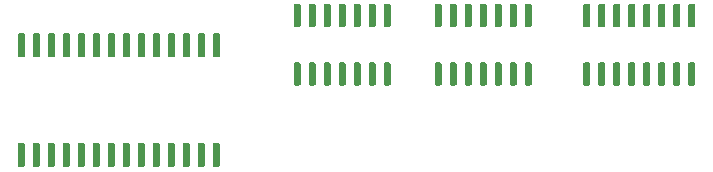
<source format=gbr>
G04 #@! TF.GenerationSoftware,KiCad,Pcbnew,(5.1.4)-1*
G04 #@! TF.CreationDate,2020-10-26T16:11:58-03:00*
G04 #@! TF.ProjectId,snes_feram,736e6573-5f66-4657-9261-6d2e6b696361,rev?*
G04 #@! TF.SameCoordinates,Original*
G04 #@! TF.FileFunction,Paste,Top*
G04 #@! TF.FilePolarity,Positive*
%FSLAX46Y46*%
G04 Gerber Fmt 4.6, Leading zero omitted, Abs format (unit mm)*
G04 Created by KiCad (PCBNEW (5.1.4)-1) date 2020-10-26 16:11:58*
%MOMM*%
%LPD*%
G04 APERTURE LIST*
%ADD10C,0.100000*%
%ADD11C,0.600000*%
G04 APERTURE END LIST*
D10*
G36*
X99605703Y-44363722D02*
G01*
X99620264Y-44365882D01*
X99634543Y-44369459D01*
X99648403Y-44374418D01*
X99661710Y-44380712D01*
X99674336Y-44388280D01*
X99686159Y-44397048D01*
X99697066Y-44406934D01*
X99706952Y-44417841D01*
X99715720Y-44429664D01*
X99723288Y-44442290D01*
X99729582Y-44455597D01*
X99734541Y-44469457D01*
X99738118Y-44483736D01*
X99740278Y-44498297D01*
X99741000Y-44513000D01*
X99741000Y-46263000D01*
X99740278Y-46277703D01*
X99738118Y-46292264D01*
X99734541Y-46306543D01*
X99729582Y-46320403D01*
X99723288Y-46333710D01*
X99715720Y-46346336D01*
X99706952Y-46358159D01*
X99697066Y-46369066D01*
X99686159Y-46378952D01*
X99674336Y-46387720D01*
X99661710Y-46395288D01*
X99648403Y-46401582D01*
X99634543Y-46406541D01*
X99620264Y-46410118D01*
X99605703Y-46412278D01*
X99591000Y-46413000D01*
X99291000Y-46413000D01*
X99276297Y-46412278D01*
X99261736Y-46410118D01*
X99247457Y-46406541D01*
X99233597Y-46401582D01*
X99220290Y-46395288D01*
X99207664Y-46387720D01*
X99195841Y-46378952D01*
X99184934Y-46369066D01*
X99175048Y-46358159D01*
X99166280Y-46346336D01*
X99158712Y-46333710D01*
X99152418Y-46320403D01*
X99147459Y-46306543D01*
X99143882Y-46292264D01*
X99141722Y-46277703D01*
X99141000Y-46263000D01*
X99141000Y-44513000D01*
X99141722Y-44498297D01*
X99143882Y-44483736D01*
X99147459Y-44469457D01*
X99152418Y-44455597D01*
X99158712Y-44442290D01*
X99166280Y-44429664D01*
X99175048Y-44417841D01*
X99184934Y-44406934D01*
X99195841Y-44397048D01*
X99207664Y-44388280D01*
X99220290Y-44380712D01*
X99233597Y-44374418D01*
X99247457Y-44369459D01*
X99261736Y-44365882D01*
X99276297Y-44363722D01*
X99291000Y-44363000D01*
X99591000Y-44363000D01*
X99605703Y-44363722D01*
X99605703Y-44363722D01*
G37*
D11*
X99441000Y-45388000D03*
D10*
G36*
X100875703Y-44363722D02*
G01*
X100890264Y-44365882D01*
X100904543Y-44369459D01*
X100918403Y-44374418D01*
X100931710Y-44380712D01*
X100944336Y-44388280D01*
X100956159Y-44397048D01*
X100967066Y-44406934D01*
X100976952Y-44417841D01*
X100985720Y-44429664D01*
X100993288Y-44442290D01*
X100999582Y-44455597D01*
X101004541Y-44469457D01*
X101008118Y-44483736D01*
X101010278Y-44498297D01*
X101011000Y-44513000D01*
X101011000Y-46263000D01*
X101010278Y-46277703D01*
X101008118Y-46292264D01*
X101004541Y-46306543D01*
X100999582Y-46320403D01*
X100993288Y-46333710D01*
X100985720Y-46346336D01*
X100976952Y-46358159D01*
X100967066Y-46369066D01*
X100956159Y-46378952D01*
X100944336Y-46387720D01*
X100931710Y-46395288D01*
X100918403Y-46401582D01*
X100904543Y-46406541D01*
X100890264Y-46410118D01*
X100875703Y-46412278D01*
X100861000Y-46413000D01*
X100561000Y-46413000D01*
X100546297Y-46412278D01*
X100531736Y-46410118D01*
X100517457Y-46406541D01*
X100503597Y-46401582D01*
X100490290Y-46395288D01*
X100477664Y-46387720D01*
X100465841Y-46378952D01*
X100454934Y-46369066D01*
X100445048Y-46358159D01*
X100436280Y-46346336D01*
X100428712Y-46333710D01*
X100422418Y-46320403D01*
X100417459Y-46306543D01*
X100413882Y-46292264D01*
X100411722Y-46277703D01*
X100411000Y-46263000D01*
X100411000Y-44513000D01*
X100411722Y-44498297D01*
X100413882Y-44483736D01*
X100417459Y-44469457D01*
X100422418Y-44455597D01*
X100428712Y-44442290D01*
X100436280Y-44429664D01*
X100445048Y-44417841D01*
X100454934Y-44406934D01*
X100465841Y-44397048D01*
X100477664Y-44388280D01*
X100490290Y-44380712D01*
X100503597Y-44374418D01*
X100517457Y-44369459D01*
X100531736Y-44365882D01*
X100546297Y-44363722D01*
X100561000Y-44363000D01*
X100861000Y-44363000D01*
X100875703Y-44363722D01*
X100875703Y-44363722D01*
G37*
D11*
X100711000Y-45388000D03*
D10*
G36*
X102145703Y-44363722D02*
G01*
X102160264Y-44365882D01*
X102174543Y-44369459D01*
X102188403Y-44374418D01*
X102201710Y-44380712D01*
X102214336Y-44388280D01*
X102226159Y-44397048D01*
X102237066Y-44406934D01*
X102246952Y-44417841D01*
X102255720Y-44429664D01*
X102263288Y-44442290D01*
X102269582Y-44455597D01*
X102274541Y-44469457D01*
X102278118Y-44483736D01*
X102280278Y-44498297D01*
X102281000Y-44513000D01*
X102281000Y-46263000D01*
X102280278Y-46277703D01*
X102278118Y-46292264D01*
X102274541Y-46306543D01*
X102269582Y-46320403D01*
X102263288Y-46333710D01*
X102255720Y-46346336D01*
X102246952Y-46358159D01*
X102237066Y-46369066D01*
X102226159Y-46378952D01*
X102214336Y-46387720D01*
X102201710Y-46395288D01*
X102188403Y-46401582D01*
X102174543Y-46406541D01*
X102160264Y-46410118D01*
X102145703Y-46412278D01*
X102131000Y-46413000D01*
X101831000Y-46413000D01*
X101816297Y-46412278D01*
X101801736Y-46410118D01*
X101787457Y-46406541D01*
X101773597Y-46401582D01*
X101760290Y-46395288D01*
X101747664Y-46387720D01*
X101735841Y-46378952D01*
X101724934Y-46369066D01*
X101715048Y-46358159D01*
X101706280Y-46346336D01*
X101698712Y-46333710D01*
X101692418Y-46320403D01*
X101687459Y-46306543D01*
X101683882Y-46292264D01*
X101681722Y-46277703D01*
X101681000Y-46263000D01*
X101681000Y-44513000D01*
X101681722Y-44498297D01*
X101683882Y-44483736D01*
X101687459Y-44469457D01*
X101692418Y-44455597D01*
X101698712Y-44442290D01*
X101706280Y-44429664D01*
X101715048Y-44417841D01*
X101724934Y-44406934D01*
X101735841Y-44397048D01*
X101747664Y-44388280D01*
X101760290Y-44380712D01*
X101773597Y-44374418D01*
X101787457Y-44369459D01*
X101801736Y-44365882D01*
X101816297Y-44363722D01*
X101831000Y-44363000D01*
X102131000Y-44363000D01*
X102145703Y-44363722D01*
X102145703Y-44363722D01*
G37*
D11*
X101981000Y-45388000D03*
D10*
G36*
X103415703Y-44363722D02*
G01*
X103430264Y-44365882D01*
X103444543Y-44369459D01*
X103458403Y-44374418D01*
X103471710Y-44380712D01*
X103484336Y-44388280D01*
X103496159Y-44397048D01*
X103507066Y-44406934D01*
X103516952Y-44417841D01*
X103525720Y-44429664D01*
X103533288Y-44442290D01*
X103539582Y-44455597D01*
X103544541Y-44469457D01*
X103548118Y-44483736D01*
X103550278Y-44498297D01*
X103551000Y-44513000D01*
X103551000Y-46263000D01*
X103550278Y-46277703D01*
X103548118Y-46292264D01*
X103544541Y-46306543D01*
X103539582Y-46320403D01*
X103533288Y-46333710D01*
X103525720Y-46346336D01*
X103516952Y-46358159D01*
X103507066Y-46369066D01*
X103496159Y-46378952D01*
X103484336Y-46387720D01*
X103471710Y-46395288D01*
X103458403Y-46401582D01*
X103444543Y-46406541D01*
X103430264Y-46410118D01*
X103415703Y-46412278D01*
X103401000Y-46413000D01*
X103101000Y-46413000D01*
X103086297Y-46412278D01*
X103071736Y-46410118D01*
X103057457Y-46406541D01*
X103043597Y-46401582D01*
X103030290Y-46395288D01*
X103017664Y-46387720D01*
X103005841Y-46378952D01*
X102994934Y-46369066D01*
X102985048Y-46358159D01*
X102976280Y-46346336D01*
X102968712Y-46333710D01*
X102962418Y-46320403D01*
X102957459Y-46306543D01*
X102953882Y-46292264D01*
X102951722Y-46277703D01*
X102951000Y-46263000D01*
X102951000Y-44513000D01*
X102951722Y-44498297D01*
X102953882Y-44483736D01*
X102957459Y-44469457D01*
X102962418Y-44455597D01*
X102968712Y-44442290D01*
X102976280Y-44429664D01*
X102985048Y-44417841D01*
X102994934Y-44406934D01*
X103005841Y-44397048D01*
X103017664Y-44388280D01*
X103030290Y-44380712D01*
X103043597Y-44374418D01*
X103057457Y-44369459D01*
X103071736Y-44365882D01*
X103086297Y-44363722D01*
X103101000Y-44363000D01*
X103401000Y-44363000D01*
X103415703Y-44363722D01*
X103415703Y-44363722D01*
G37*
D11*
X103251000Y-45388000D03*
D10*
G36*
X104685703Y-44363722D02*
G01*
X104700264Y-44365882D01*
X104714543Y-44369459D01*
X104728403Y-44374418D01*
X104741710Y-44380712D01*
X104754336Y-44388280D01*
X104766159Y-44397048D01*
X104777066Y-44406934D01*
X104786952Y-44417841D01*
X104795720Y-44429664D01*
X104803288Y-44442290D01*
X104809582Y-44455597D01*
X104814541Y-44469457D01*
X104818118Y-44483736D01*
X104820278Y-44498297D01*
X104821000Y-44513000D01*
X104821000Y-46263000D01*
X104820278Y-46277703D01*
X104818118Y-46292264D01*
X104814541Y-46306543D01*
X104809582Y-46320403D01*
X104803288Y-46333710D01*
X104795720Y-46346336D01*
X104786952Y-46358159D01*
X104777066Y-46369066D01*
X104766159Y-46378952D01*
X104754336Y-46387720D01*
X104741710Y-46395288D01*
X104728403Y-46401582D01*
X104714543Y-46406541D01*
X104700264Y-46410118D01*
X104685703Y-46412278D01*
X104671000Y-46413000D01*
X104371000Y-46413000D01*
X104356297Y-46412278D01*
X104341736Y-46410118D01*
X104327457Y-46406541D01*
X104313597Y-46401582D01*
X104300290Y-46395288D01*
X104287664Y-46387720D01*
X104275841Y-46378952D01*
X104264934Y-46369066D01*
X104255048Y-46358159D01*
X104246280Y-46346336D01*
X104238712Y-46333710D01*
X104232418Y-46320403D01*
X104227459Y-46306543D01*
X104223882Y-46292264D01*
X104221722Y-46277703D01*
X104221000Y-46263000D01*
X104221000Y-44513000D01*
X104221722Y-44498297D01*
X104223882Y-44483736D01*
X104227459Y-44469457D01*
X104232418Y-44455597D01*
X104238712Y-44442290D01*
X104246280Y-44429664D01*
X104255048Y-44417841D01*
X104264934Y-44406934D01*
X104275841Y-44397048D01*
X104287664Y-44388280D01*
X104300290Y-44380712D01*
X104313597Y-44374418D01*
X104327457Y-44369459D01*
X104341736Y-44365882D01*
X104356297Y-44363722D01*
X104371000Y-44363000D01*
X104671000Y-44363000D01*
X104685703Y-44363722D01*
X104685703Y-44363722D01*
G37*
D11*
X104521000Y-45388000D03*
D10*
G36*
X105955703Y-44363722D02*
G01*
X105970264Y-44365882D01*
X105984543Y-44369459D01*
X105998403Y-44374418D01*
X106011710Y-44380712D01*
X106024336Y-44388280D01*
X106036159Y-44397048D01*
X106047066Y-44406934D01*
X106056952Y-44417841D01*
X106065720Y-44429664D01*
X106073288Y-44442290D01*
X106079582Y-44455597D01*
X106084541Y-44469457D01*
X106088118Y-44483736D01*
X106090278Y-44498297D01*
X106091000Y-44513000D01*
X106091000Y-46263000D01*
X106090278Y-46277703D01*
X106088118Y-46292264D01*
X106084541Y-46306543D01*
X106079582Y-46320403D01*
X106073288Y-46333710D01*
X106065720Y-46346336D01*
X106056952Y-46358159D01*
X106047066Y-46369066D01*
X106036159Y-46378952D01*
X106024336Y-46387720D01*
X106011710Y-46395288D01*
X105998403Y-46401582D01*
X105984543Y-46406541D01*
X105970264Y-46410118D01*
X105955703Y-46412278D01*
X105941000Y-46413000D01*
X105641000Y-46413000D01*
X105626297Y-46412278D01*
X105611736Y-46410118D01*
X105597457Y-46406541D01*
X105583597Y-46401582D01*
X105570290Y-46395288D01*
X105557664Y-46387720D01*
X105545841Y-46378952D01*
X105534934Y-46369066D01*
X105525048Y-46358159D01*
X105516280Y-46346336D01*
X105508712Y-46333710D01*
X105502418Y-46320403D01*
X105497459Y-46306543D01*
X105493882Y-46292264D01*
X105491722Y-46277703D01*
X105491000Y-46263000D01*
X105491000Y-44513000D01*
X105491722Y-44498297D01*
X105493882Y-44483736D01*
X105497459Y-44469457D01*
X105502418Y-44455597D01*
X105508712Y-44442290D01*
X105516280Y-44429664D01*
X105525048Y-44417841D01*
X105534934Y-44406934D01*
X105545841Y-44397048D01*
X105557664Y-44388280D01*
X105570290Y-44380712D01*
X105583597Y-44374418D01*
X105597457Y-44369459D01*
X105611736Y-44365882D01*
X105626297Y-44363722D01*
X105641000Y-44363000D01*
X105941000Y-44363000D01*
X105955703Y-44363722D01*
X105955703Y-44363722D01*
G37*
D11*
X105791000Y-45388000D03*
D10*
G36*
X107225703Y-44363722D02*
G01*
X107240264Y-44365882D01*
X107254543Y-44369459D01*
X107268403Y-44374418D01*
X107281710Y-44380712D01*
X107294336Y-44388280D01*
X107306159Y-44397048D01*
X107317066Y-44406934D01*
X107326952Y-44417841D01*
X107335720Y-44429664D01*
X107343288Y-44442290D01*
X107349582Y-44455597D01*
X107354541Y-44469457D01*
X107358118Y-44483736D01*
X107360278Y-44498297D01*
X107361000Y-44513000D01*
X107361000Y-46263000D01*
X107360278Y-46277703D01*
X107358118Y-46292264D01*
X107354541Y-46306543D01*
X107349582Y-46320403D01*
X107343288Y-46333710D01*
X107335720Y-46346336D01*
X107326952Y-46358159D01*
X107317066Y-46369066D01*
X107306159Y-46378952D01*
X107294336Y-46387720D01*
X107281710Y-46395288D01*
X107268403Y-46401582D01*
X107254543Y-46406541D01*
X107240264Y-46410118D01*
X107225703Y-46412278D01*
X107211000Y-46413000D01*
X106911000Y-46413000D01*
X106896297Y-46412278D01*
X106881736Y-46410118D01*
X106867457Y-46406541D01*
X106853597Y-46401582D01*
X106840290Y-46395288D01*
X106827664Y-46387720D01*
X106815841Y-46378952D01*
X106804934Y-46369066D01*
X106795048Y-46358159D01*
X106786280Y-46346336D01*
X106778712Y-46333710D01*
X106772418Y-46320403D01*
X106767459Y-46306543D01*
X106763882Y-46292264D01*
X106761722Y-46277703D01*
X106761000Y-46263000D01*
X106761000Y-44513000D01*
X106761722Y-44498297D01*
X106763882Y-44483736D01*
X106767459Y-44469457D01*
X106772418Y-44455597D01*
X106778712Y-44442290D01*
X106786280Y-44429664D01*
X106795048Y-44417841D01*
X106804934Y-44406934D01*
X106815841Y-44397048D01*
X106827664Y-44388280D01*
X106840290Y-44380712D01*
X106853597Y-44374418D01*
X106867457Y-44369459D01*
X106881736Y-44365882D01*
X106896297Y-44363722D01*
X106911000Y-44363000D01*
X107211000Y-44363000D01*
X107225703Y-44363722D01*
X107225703Y-44363722D01*
G37*
D11*
X107061000Y-45388000D03*
D10*
G36*
X108495703Y-44363722D02*
G01*
X108510264Y-44365882D01*
X108524543Y-44369459D01*
X108538403Y-44374418D01*
X108551710Y-44380712D01*
X108564336Y-44388280D01*
X108576159Y-44397048D01*
X108587066Y-44406934D01*
X108596952Y-44417841D01*
X108605720Y-44429664D01*
X108613288Y-44442290D01*
X108619582Y-44455597D01*
X108624541Y-44469457D01*
X108628118Y-44483736D01*
X108630278Y-44498297D01*
X108631000Y-44513000D01*
X108631000Y-46263000D01*
X108630278Y-46277703D01*
X108628118Y-46292264D01*
X108624541Y-46306543D01*
X108619582Y-46320403D01*
X108613288Y-46333710D01*
X108605720Y-46346336D01*
X108596952Y-46358159D01*
X108587066Y-46369066D01*
X108576159Y-46378952D01*
X108564336Y-46387720D01*
X108551710Y-46395288D01*
X108538403Y-46401582D01*
X108524543Y-46406541D01*
X108510264Y-46410118D01*
X108495703Y-46412278D01*
X108481000Y-46413000D01*
X108181000Y-46413000D01*
X108166297Y-46412278D01*
X108151736Y-46410118D01*
X108137457Y-46406541D01*
X108123597Y-46401582D01*
X108110290Y-46395288D01*
X108097664Y-46387720D01*
X108085841Y-46378952D01*
X108074934Y-46369066D01*
X108065048Y-46358159D01*
X108056280Y-46346336D01*
X108048712Y-46333710D01*
X108042418Y-46320403D01*
X108037459Y-46306543D01*
X108033882Y-46292264D01*
X108031722Y-46277703D01*
X108031000Y-46263000D01*
X108031000Y-44513000D01*
X108031722Y-44498297D01*
X108033882Y-44483736D01*
X108037459Y-44469457D01*
X108042418Y-44455597D01*
X108048712Y-44442290D01*
X108056280Y-44429664D01*
X108065048Y-44417841D01*
X108074934Y-44406934D01*
X108085841Y-44397048D01*
X108097664Y-44388280D01*
X108110290Y-44380712D01*
X108123597Y-44374418D01*
X108137457Y-44369459D01*
X108151736Y-44365882D01*
X108166297Y-44363722D01*
X108181000Y-44363000D01*
X108481000Y-44363000D01*
X108495703Y-44363722D01*
X108495703Y-44363722D01*
G37*
D11*
X108331000Y-45388000D03*
D10*
G36*
X109765703Y-44363722D02*
G01*
X109780264Y-44365882D01*
X109794543Y-44369459D01*
X109808403Y-44374418D01*
X109821710Y-44380712D01*
X109834336Y-44388280D01*
X109846159Y-44397048D01*
X109857066Y-44406934D01*
X109866952Y-44417841D01*
X109875720Y-44429664D01*
X109883288Y-44442290D01*
X109889582Y-44455597D01*
X109894541Y-44469457D01*
X109898118Y-44483736D01*
X109900278Y-44498297D01*
X109901000Y-44513000D01*
X109901000Y-46263000D01*
X109900278Y-46277703D01*
X109898118Y-46292264D01*
X109894541Y-46306543D01*
X109889582Y-46320403D01*
X109883288Y-46333710D01*
X109875720Y-46346336D01*
X109866952Y-46358159D01*
X109857066Y-46369066D01*
X109846159Y-46378952D01*
X109834336Y-46387720D01*
X109821710Y-46395288D01*
X109808403Y-46401582D01*
X109794543Y-46406541D01*
X109780264Y-46410118D01*
X109765703Y-46412278D01*
X109751000Y-46413000D01*
X109451000Y-46413000D01*
X109436297Y-46412278D01*
X109421736Y-46410118D01*
X109407457Y-46406541D01*
X109393597Y-46401582D01*
X109380290Y-46395288D01*
X109367664Y-46387720D01*
X109355841Y-46378952D01*
X109344934Y-46369066D01*
X109335048Y-46358159D01*
X109326280Y-46346336D01*
X109318712Y-46333710D01*
X109312418Y-46320403D01*
X109307459Y-46306543D01*
X109303882Y-46292264D01*
X109301722Y-46277703D01*
X109301000Y-46263000D01*
X109301000Y-44513000D01*
X109301722Y-44498297D01*
X109303882Y-44483736D01*
X109307459Y-44469457D01*
X109312418Y-44455597D01*
X109318712Y-44442290D01*
X109326280Y-44429664D01*
X109335048Y-44417841D01*
X109344934Y-44406934D01*
X109355841Y-44397048D01*
X109367664Y-44388280D01*
X109380290Y-44380712D01*
X109393597Y-44374418D01*
X109407457Y-44369459D01*
X109421736Y-44365882D01*
X109436297Y-44363722D01*
X109451000Y-44363000D01*
X109751000Y-44363000D01*
X109765703Y-44363722D01*
X109765703Y-44363722D01*
G37*
D11*
X109601000Y-45388000D03*
D10*
G36*
X111035703Y-44363722D02*
G01*
X111050264Y-44365882D01*
X111064543Y-44369459D01*
X111078403Y-44374418D01*
X111091710Y-44380712D01*
X111104336Y-44388280D01*
X111116159Y-44397048D01*
X111127066Y-44406934D01*
X111136952Y-44417841D01*
X111145720Y-44429664D01*
X111153288Y-44442290D01*
X111159582Y-44455597D01*
X111164541Y-44469457D01*
X111168118Y-44483736D01*
X111170278Y-44498297D01*
X111171000Y-44513000D01*
X111171000Y-46263000D01*
X111170278Y-46277703D01*
X111168118Y-46292264D01*
X111164541Y-46306543D01*
X111159582Y-46320403D01*
X111153288Y-46333710D01*
X111145720Y-46346336D01*
X111136952Y-46358159D01*
X111127066Y-46369066D01*
X111116159Y-46378952D01*
X111104336Y-46387720D01*
X111091710Y-46395288D01*
X111078403Y-46401582D01*
X111064543Y-46406541D01*
X111050264Y-46410118D01*
X111035703Y-46412278D01*
X111021000Y-46413000D01*
X110721000Y-46413000D01*
X110706297Y-46412278D01*
X110691736Y-46410118D01*
X110677457Y-46406541D01*
X110663597Y-46401582D01*
X110650290Y-46395288D01*
X110637664Y-46387720D01*
X110625841Y-46378952D01*
X110614934Y-46369066D01*
X110605048Y-46358159D01*
X110596280Y-46346336D01*
X110588712Y-46333710D01*
X110582418Y-46320403D01*
X110577459Y-46306543D01*
X110573882Y-46292264D01*
X110571722Y-46277703D01*
X110571000Y-46263000D01*
X110571000Y-44513000D01*
X110571722Y-44498297D01*
X110573882Y-44483736D01*
X110577459Y-44469457D01*
X110582418Y-44455597D01*
X110588712Y-44442290D01*
X110596280Y-44429664D01*
X110605048Y-44417841D01*
X110614934Y-44406934D01*
X110625841Y-44397048D01*
X110637664Y-44388280D01*
X110650290Y-44380712D01*
X110663597Y-44374418D01*
X110677457Y-44369459D01*
X110691736Y-44365882D01*
X110706297Y-44363722D01*
X110721000Y-44363000D01*
X111021000Y-44363000D01*
X111035703Y-44363722D01*
X111035703Y-44363722D01*
G37*
D11*
X110871000Y-45388000D03*
D10*
G36*
X112305703Y-44363722D02*
G01*
X112320264Y-44365882D01*
X112334543Y-44369459D01*
X112348403Y-44374418D01*
X112361710Y-44380712D01*
X112374336Y-44388280D01*
X112386159Y-44397048D01*
X112397066Y-44406934D01*
X112406952Y-44417841D01*
X112415720Y-44429664D01*
X112423288Y-44442290D01*
X112429582Y-44455597D01*
X112434541Y-44469457D01*
X112438118Y-44483736D01*
X112440278Y-44498297D01*
X112441000Y-44513000D01*
X112441000Y-46263000D01*
X112440278Y-46277703D01*
X112438118Y-46292264D01*
X112434541Y-46306543D01*
X112429582Y-46320403D01*
X112423288Y-46333710D01*
X112415720Y-46346336D01*
X112406952Y-46358159D01*
X112397066Y-46369066D01*
X112386159Y-46378952D01*
X112374336Y-46387720D01*
X112361710Y-46395288D01*
X112348403Y-46401582D01*
X112334543Y-46406541D01*
X112320264Y-46410118D01*
X112305703Y-46412278D01*
X112291000Y-46413000D01*
X111991000Y-46413000D01*
X111976297Y-46412278D01*
X111961736Y-46410118D01*
X111947457Y-46406541D01*
X111933597Y-46401582D01*
X111920290Y-46395288D01*
X111907664Y-46387720D01*
X111895841Y-46378952D01*
X111884934Y-46369066D01*
X111875048Y-46358159D01*
X111866280Y-46346336D01*
X111858712Y-46333710D01*
X111852418Y-46320403D01*
X111847459Y-46306543D01*
X111843882Y-46292264D01*
X111841722Y-46277703D01*
X111841000Y-46263000D01*
X111841000Y-44513000D01*
X111841722Y-44498297D01*
X111843882Y-44483736D01*
X111847459Y-44469457D01*
X111852418Y-44455597D01*
X111858712Y-44442290D01*
X111866280Y-44429664D01*
X111875048Y-44417841D01*
X111884934Y-44406934D01*
X111895841Y-44397048D01*
X111907664Y-44388280D01*
X111920290Y-44380712D01*
X111933597Y-44374418D01*
X111947457Y-44369459D01*
X111961736Y-44365882D01*
X111976297Y-44363722D01*
X111991000Y-44363000D01*
X112291000Y-44363000D01*
X112305703Y-44363722D01*
X112305703Y-44363722D01*
G37*
D11*
X112141000Y-45388000D03*
D10*
G36*
X113575703Y-44363722D02*
G01*
X113590264Y-44365882D01*
X113604543Y-44369459D01*
X113618403Y-44374418D01*
X113631710Y-44380712D01*
X113644336Y-44388280D01*
X113656159Y-44397048D01*
X113667066Y-44406934D01*
X113676952Y-44417841D01*
X113685720Y-44429664D01*
X113693288Y-44442290D01*
X113699582Y-44455597D01*
X113704541Y-44469457D01*
X113708118Y-44483736D01*
X113710278Y-44498297D01*
X113711000Y-44513000D01*
X113711000Y-46263000D01*
X113710278Y-46277703D01*
X113708118Y-46292264D01*
X113704541Y-46306543D01*
X113699582Y-46320403D01*
X113693288Y-46333710D01*
X113685720Y-46346336D01*
X113676952Y-46358159D01*
X113667066Y-46369066D01*
X113656159Y-46378952D01*
X113644336Y-46387720D01*
X113631710Y-46395288D01*
X113618403Y-46401582D01*
X113604543Y-46406541D01*
X113590264Y-46410118D01*
X113575703Y-46412278D01*
X113561000Y-46413000D01*
X113261000Y-46413000D01*
X113246297Y-46412278D01*
X113231736Y-46410118D01*
X113217457Y-46406541D01*
X113203597Y-46401582D01*
X113190290Y-46395288D01*
X113177664Y-46387720D01*
X113165841Y-46378952D01*
X113154934Y-46369066D01*
X113145048Y-46358159D01*
X113136280Y-46346336D01*
X113128712Y-46333710D01*
X113122418Y-46320403D01*
X113117459Y-46306543D01*
X113113882Y-46292264D01*
X113111722Y-46277703D01*
X113111000Y-46263000D01*
X113111000Y-44513000D01*
X113111722Y-44498297D01*
X113113882Y-44483736D01*
X113117459Y-44469457D01*
X113122418Y-44455597D01*
X113128712Y-44442290D01*
X113136280Y-44429664D01*
X113145048Y-44417841D01*
X113154934Y-44406934D01*
X113165841Y-44397048D01*
X113177664Y-44388280D01*
X113190290Y-44380712D01*
X113203597Y-44374418D01*
X113217457Y-44369459D01*
X113231736Y-44365882D01*
X113246297Y-44363722D01*
X113261000Y-44363000D01*
X113561000Y-44363000D01*
X113575703Y-44363722D01*
X113575703Y-44363722D01*
G37*
D11*
X113411000Y-45388000D03*
D10*
G36*
X114845703Y-44363722D02*
G01*
X114860264Y-44365882D01*
X114874543Y-44369459D01*
X114888403Y-44374418D01*
X114901710Y-44380712D01*
X114914336Y-44388280D01*
X114926159Y-44397048D01*
X114937066Y-44406934D01*
X114946952Y-44417841D01*
X114955720Y-44429664D01*
X114963288Y-44442290D01*
X114969582Y-44455597D01*
X114974541Y-44469457D01*
X114978118Y-44483736D01*
X114980278Y-44498297D01*
X114981000Y-44513000D01*
X114981000Y-46263000D01*
X114980278Y-46277703D01*
X114978118Y-46292264D01*
X114974541Y-46306543D01*
X114969582Y-46320403D01*
X114963288Y-46333710D01*
X114955720Y-46346336D01*
X114946952Y-46358159D01*
X114937066Y-46369066D01*
X114926159Y-46378952D01*
X114914336Y-46387720D01*
X114901710Y-46395288D01*
X114888403Y-46401582D01*
X114874543Y-46406541D01*
X114860264Y-46410118D01*
X114845703Y-46412278D01*
X114831000Y-46413000D01*
X114531000Y-46413000D01*
X114516297Y-46412278D01*
X114501736Y-46410118D01*
X114487457Y-46406541D01*
X114473597Y-46401582D01*
X114460290Y-46395288D01*
X114447664Y-46387720D01*
X114435841Y-46378952D01*
X114424934Y-46369066D01*
X114415048Y-46358159D01*
X114406280Y-46346336D01*
X114398712Y-46333710D01*
X114392418Y-46320403D01*
X114387459Y-46306543D01*
X114383882Y-46292264D01*
X114381722Y-46277703D01*
X114381000Y-46263000D01*
X114381000Y-44513000D01*
X114381722Y-44498297D01*
X114383882Y-44483736D01*
X114387459Y-44469457D01*
X114392418Y-44455597D01*
X114398712Y-44442290D01*
X114406280Y-44429664D01*
X114415048Y-44417841D01*
X114424934Y-44406934D01*
X114435841Y-44397048D01*
X114447664Y-44388280D01*
X114460290Y-44380712D01*
X114473597Y-44374418D01*
X114487457Y-44369459D01*
X114501736Y-44365882D01*
X114516297Y-44363722D01*
X114531000Y-44363000D01*
X114831000Y-44363000D01*
X114845703Y-44363722D01*
X114845703Y-44363722D01*
G37*
D11*
X114681000Y-45388000D03*
D10*
G36*
X116115703Y-44363722D02*
G01*
X116130264Y-44365882D01*
X116144543Y-44369459D01*
X116158403Y-44374418D01*
X116171710Y-44380712D01*
X116184336Y-44388280D01*
X116196159Y-44397048D01*
X116207066Y-44406934D01*
X116216952Y-44417841D01*
X116225720Y-44429664D01*
X116233288Y-44442290D01*
X116239582Y-44455597D01*
X116244541Y-44469457D01*
X116248118Y-44483736D01*
X116250278Y-44498297D01*
X116251000Y-44513000D01*
X116251000Y-46263000D01*
X116250278Y-46277703D01*
X116248118Y-46292264D01*
X116244541Y-46306543D01*
X116239582Y-46320403D01*
X116233288Y-46333710D01*
X116225720Y-46346336D01*
X116216952Y-46358159D01*
X116207066Y-46369066D01*
X116196159Y-46378952D01*
X116184336Y-46387720D01*
X116171710Y-46395288D01*
X116158403Y-46401582D01*
X116144543Y-46406541D01*
X116130264Y-46410118D01*
X116115703Y-46412278D01*
X116101000Y-46413000D01*
X115801000Y-46413000D01*
X115786297Y-46412278D01*
X115771736Y-46410118D01*
X115757457Y-46406541D01*
X115743597Y-46401582D01*
X115730290Y-46395288D01*
X115717664Y-46387720D01*
X115705841Y-46378952D01*
X115694934Y-46369066D01*
X115685048Y-46358159D01*
X115676280Y-46346336D01*
X115668712Y-46333710D01*
X115662418Y-46320403D01*
X115657459Y-46306543D01*
X115653882Y-46292264D01*
X115651722Y-46277703D01*
X115651000Y-46263000D01*
X115651000Y-44513000D01*
X115651722Y-44498297D01*
X115653882Y-44483736D01*
X115657459Y-44469457D01*
X115662418Y-44455597D01*
X115668712Y-44442290D01*
X115676280Y-44429664D01*
X115685048Y-44417841D01*
X115694934Y-44406934D01*
X115705841Y-44397048D01*
X115717664Y-44388280D01*
X115730290Y-44380712D01*
X115743597Y-44374418D01*
X115757457Y-44369459D01*
X115771736Y-44365882D01*
X115786297Y-44363722D01*
X115801000Y-44363000D01*
X116101000Y-44363000D01*
X116115703Y-44363722D01*
X116115703Y-44363722D01*
G37*
D11*
X115951000Y-45388000D03*
D10*
G36*
X116115703Y-53663722D02*
G01*
X116130264Y-53665882D01*
X116144543Y-53669459D01*
X116158403Y-53674418D01*
X116171710Y-53680712D01*
X116184336Y-53688280D01*
X116196159Y-53697048D01*
X116207066Y-53706934D01*
X116216952Y-53717841D01*
X116225720Y-53729664D01*
X116233288Y-53742290D01*
X116239582Y-53755597D01*
X116244541Y-53769457D01*
X116248118Y-53783736D01*
X116250278Y-53798297D01*
X116251000Y-53813000D01*
X116251000Y-55563000D01*
X116250278Y-55577703D01*
X116248118Y-55592264D01*
X116244541Y-55606543D01*
X116239582Y-55620403D01*
X116233288Y-55633710D01*
X116225720Y-55646336D01*
X116216952Y-55658159D01*
X116207066Y-55669066D01*
X116196159Y-55678952D01*
X116184336Y-55687720D01*
X116171710Y-55695288D01*
X116158403Y-55701582D01*
X116144543Y-55706541D01*
X116130264Y-55710118D01*
X116115703Y-55712278D01*
X116101000Y-55713000D01*
X115801000Y-55713000D01*
X115786297Y-55712278D01*
X115771736Y-55710118D01*
X115757457Y-55706541D01*
X115743597Y-55701582D01*
X115730290Y-55695288D01*
X115717664Y-55687720D01*
X115705841Y-55678952D01*
X115694934Y-55669066D01*
X115685048Y-55658159D01*
X115676280Y-55646336D01*
X115668712Y-55633710D01*
X115662418Y-55620403D01*
X115657459Y-55606543D01*
X115653882Y-55592264D01*
X115651722Y-55577703D01*
X115651000Y-55563000D01*
X115651000Y-53813000D01*
X115651722Y-53798297D01*
X115653882Y-53783736D01*
X115657459Y-53769457D01*
X115662418Y-53755597D01*
X115668712Y-53742290D01*
X115676280Y-53729664D01*
X115685048Y-53717841D01*
X115694934Y-53706934D01*
X115705841Y-53697048D01*
X115717664Y-53688280D01*
X115730290Y-53680712D01*
X115743597Y-53674418D01*
X115757457Y-53669459D01*
X115771736Y-53665882D01*
X115786297Y-53663722D01*
X115801000Y-53663000D01*
X116101000Y-53663000D01*
X116115703Y-53663722D01*
X116115703Y-53663722D01*
G37*
D11*
X115951000Y-54688000D03*
D10*
G36*
X114845703Y-53663722D02*
G01*
X114860264Y-53665882D01*
X114874543Y-53669459D01*
X114888403Y-53674418D01*
X114901710Y-53680712D01*
X114914336Y-53688280D01*
X114926159Y-53697048D01*
X114937066Y-53706934D01*
X114946952Y-53717841D01*
X114955720Y-53729664D01*
X114963288Y-53742290D01*
X114969582Y-53755597D01*
X114974541Y-53769457D01*
X114978118Y-53783736D01*
X114980278Y-53798297D01*
X114981000Y-53813000D01*
X114981000Y-55563000D01*
X114980278Y-55577703D01*
X114978118Y-55592264D01*
X114974541Y-55606543D01*
X114969582Y-55620403D01*
X114963288Y-55633710D01*
X114955720Y-55646336D01*
X114946952Y-55658159D01*
X114937066Y-55669066D01*
X114926159Y-55678952D01*
X114914336Y-55687720D01*
X114901710Y-55695288D01*
X114888403Y-55701582D01*
X114874543Y-55706541D01*
X114860264Y-55710118D01*
X114845703Y-55712278D01*
X114831000Y-55713000D01*
X114531000Y-55713000D01*
X114516297Y-55712278D01*
X114501736Y-55710118D01*
X114487457Y-55706541D01*
X114473597Y-55701582D01*
X114460290Y-55695288D01*
X114447664Y-55687720D01*
X114435841Y-55678952D01*
X114424934Y-55669066D01*
X114415048Y-55658159D01*
X114406280Y-55646336D01*
X114398712Y-55633710D01*
X114392418Y-55620403D01*
X114387459Y-55606543D01*
X114383882Y-55592264D01*
X114381722Y-55577703D01*
X114381000Y-55563000D01*
X114381000Y-53813000D01*
X114381722Y-53798297D01*
X114383882Y-53783736D01*
X114387459Y-53769457D01*
X114392418Y-53755597D01*
X114398712Y-53742290D01*
X114406280Y-53729664D01*
X114415048Y-53717841D01*
X114424934Y-53706934D01*
X114435841Y-53697048D01*
X114447664Y-53688280D01*
X114460290Y-53680712D01*
X114473597Y-53674418D01*
X114487457Y-53669459D01*
X114501736Y-53665882D01*
X114516297Y-53663722D01*
X114531000Y-53663000D01*
X114831000Y-53663000D01*
X114845703Y-53663722D01*
X114845703Y-53663722D01*
G37*
D11*
X114681000Y-54688000D03*
D10*
G36*
X113575703Y-53663722D02*
G01*
X113590264Y-53665882D01*
X113604543Y-53669459D01*
X113618403Y-53674418D01*
X113631710Y-53680712D01*
X113644336Y-53688280D01*
X113656159Y-53697048D01*
X113667066Y-53706934D01*
X113676952Y-53717841D01*
X113685720Y-53729664D01*
X113693288Y-53742290D01*
X113699582Y-53755597D01*
X113704541Y-53769457D01*
X113708118Y-53783736D01*
X113710278Y-53798297D01*
X113711000Y-53813000D01*
X113711000Y-55563000D01*
X113710278Y-55577703D01*
X113708118Y-55592264D01*
X113704541Y-55606543D01*
X113699582Y-55620403D01*
X113693288Y-55633710D01*
X113685720Y-55646336D01*
X113676952Y-55658159D01*
X113667066Y-55669066D01*
X113656159Y-55678952D01*
X113644336Y-55687720D01*
X113631710Y-55695288D01*
X113618403Y-55701582D01*
X113604543Y-55706541D01*
X113590264Y-55710118D01*
X113575703Y-55712278D01*
X113561000Y-55713000D01*
X113261000Y-55713000D01*
X113246297Y-55712278D01*
X113231736Y-55710118D01*
X113217457Y-55706541D01*
X113203597Y-55701582D01*
X113190290Y-55695288D01*
X113177664Y-55687720D01*
X113165841Y-55678952D01*
X113154934Y-55669066D01*
X113145048Y-55658159D01*
X113136280Y-55646336D01*
X113128712Y-55633710D01*
X113122418Y-55620403D01*
X113117459Y-55606543D01*
X113113882Y-55592264D01*
X113111722Y-55577703D01*
X113111000Y-55563000D01*
X113111000Y-53813000D01*
X113111722Y-53798297D01*
X113113882Y-53783736D01*
X113117459Y-53769457D01*
X113122418Y-53755597D01*
X113128712Y-53742290D01*
X113136280Y-53729664D01*
X113145048Y-53717841D01*
X113154934Y-53706934D01*
X113165841Y-53697048D01*
X113177664Y-53688280D01*
X113190290Y-53680712D01*
X113203597Y-53674418D01*
X113217457Y-53669459D01*
X113231736Y-53665882D01*
X113246297Y-53663722D01*
X113261000Y-53663000D01*
X113561000Y-53663000D01*
X113575703Y-53663722D01*
X113575703Y-53663722D01*
G37*
D11*
X113411000Y-54688000D03*
D10*
G36*
X112305703Y-53663722D02*
G01*
X112320264Y-53665882D01*
X112334543Y-53669459D01*
X112348403Y-53674418D01*
X112361710Y-53680712D01*
X112374336Y-53688280D01*
X112386159Y-53697048D01*
X112397066Y-53706934D01*
X112406952Y-53717841D01*
X112415720Y-53729664D01*
X112423288Y-53742290D01*
X112429582Y-53755597D01*
X112434541Y-53769457D01*
X112438118Y-53783736D01*
X112440278Y-53798297D01*
X112441000Y-53813000D01*
X112441000Y-55563000D01*
X112440278Y-55577703D01*
X112438118Y-55592264D01*
X112434541Y-55606543D01*
X112429582Y-55620403D01*
X112423288Y-55633710D01*
X112415720Y-55646336D01*
X112406952Y-55658159D01*
X112397066Y-55669066D01*
X112386159Y-55678952D01*
X112374336Y-55687720D01*
X112361710Y-55695288D01*
X112348403Y-55701582D01*
X112334543Y-55706541D01*
X112320264Y-55710118D01*
X112305703Y-55712278D01*
X112291000Y-55713000D01*
X111991000Y-55713000D01*
X111976297Y-55712278D01*
X111961736Y-55710118D01*
X111947457Y-55706541D01*
X111933597Y-55701582D01*
X111920290Y-55695288D01*
X111907664Y-55687720D01*
X111895841Y-55678952D01*
X111884934Y-55669066D01*
X111875048Y-55658159D01*
X111866280Y-55646336D01*
X111858712Y-55633710D01*
X111852418Y-55620403D01*
X111847459Y-55606543D01*
X111843882Y-55592264D01*
X111841722Y-55577703D01*
X111841000Y-55563000D01*
X111841000Y-53813000D01*
X111841722Y-53798297D01*
X111843882Y-53783736D01*
X111847459Y-53769457D01*
X111852418Y-53755597D01*
X111858712Y-53742290D01*
X111866280Y-53729664D01*
X111875048Y-53717841D01*
X111884934Y-53706934D01*
X111895841Y-53697048D01*
X111907664Y-53688280D01*
X111920290Y-53680712D01*
X111933597Y-53674418D01*
X111947457Y-53669459D01*
X111961736Y-53665882D01*
X111976297Y-53663722D01*
X111991000Y-53663000D01*
X112291000Y-53663000D01*
X112305703Y-53663722D01*
X112305703Y-53663722D01*
G37*
D11*
X112141000Y-54688000D03*
D10*
G36*
X111035703Y-53663722D02*
G01*
X111050264Y-53665882D01*
X111064543Y-53669459D01*
X111078403Y-53674418D01*
X111091710Y-53680712D01*
X111104336Y-53688280D01*
X111116159Y-53697048D01*
X111127066Y-53706934D01*
X111136952Y-53717841D01*
X111145720Y-53729664D01*
X111153288Y-53742290D01*
X111159582Y-53755597D01*
X111164541Y-53769457D01*
X111168118Y-53783736D01*
X111170278Y-53798297D01*
X111171000Y-53813000D01*
X111171000Y-55563000D01*
X111170278Y-55577703D01*
X111168118Y-55592264D01*
X111164541Y-55606543D01*
X111159582Y-55620403D01*
X111153288Y-55633710D01*
X111145720Y-55646336D01*
X111136952Y-55658159D01*
X111127066Y-55669066D01*
X111116159Y-55678952D01*
X111104336Y-55687720D01*
X111091710Y-55695288D01*
X111078403Y-55701582D01*
X111064543Y-55706541D01*
X111050264Y-55710118D01*
X111035703Y-55712278D01*
X111021000Y-55713000D01*
X110721000Y-55713000D01*
X110706297Y-55712278D01*
X110691736Y-55710118D01*
X110677457Y-55706541D01*
X110663597Y-55701582D01*
X110650290Y-55695288D01*
X110637664Y-55687720D01*
X110625841Y-55678952D01*
X110614934Y-55669066D01*
X110605048Y-55658159D01*
X110596280Y-55646336D01*
X110588712Y-55633710D01*
X110582418Y-55620403D01*
X110577459Y-55606543D01*
X110573882Y-55592264D01*
X110571722Y-55577703D01*
X110571000Y-55563000D01*
X110571000Y-53813000D01*
X110571722Y-53798297D01*
X110573882Y-53783736D01*
X110577459Y-53769457D01*
X110582418Y-53755597D01*
X110588712Y-53742290D01*
X110596280Y-53729664D01*
X110605048Y-53717841D01*
X110614934Y-53706934D01*
X110625841Y-53697048D01*
X110637664Y-53688280D01*
X110650290Y-53680712D01*
X110663597Y-53674418D01*
X110677457Y-53669459D01*
X110691736Y-53665882D01*
X110706297Y-53663722D01*
X110721000Y-53663000D01*
X111021000Y-53663000D01*
X111035703Y-53663722D01*
X111035703Y-53663722D01*
G37*
D11*
X110871000Y-54688000D03*
D10*
G36*
X109765703Y-53663722D02*
G01*
X109780264Y-53665882D01*
X109794543Y-53669459D01*
X109808403Y-53674418D01*
X109821710Y-53680712D01*
X109834336Y-53688280D01*
X109846159Y-53697048D01*
X109857066Y-53706934D01*
X109866952Y-53717841D01*
X109875720Y-53729664D01*
X109883288Y-53742290D01*
X109889582Y-53755597D01*
X109894541Y-53769457D01*
X109898118Y-53783736D01*
X109900278Y-53798297D01*
X109901000Y-53813000D01*
X109901000Y-55563000D01*
X109900278Y-55577703D01*
X109898118Y-55592264D01*
X109894541Y-55606543D01*
X109889582Y-55620403D01*
X109883288Y-55633710D01*
X109875720Y-55646336D01*
X109866952Y-55658159D01*
X109857066Y-55669066D01*
X109846159Y-55678952D01*
X109834336Y-55687720D01*
X109821710Y-55695288D01*
X109808403Y-55701582D01*
X109794543Y-55706541D01*
X109780264Y-55710118D01*
X109765703Y-55712278D01*
X109751000Y-55713000D01*
X109451000Y-55713000D01*
X109436297Y-55712278D01*
X109421736Y-55710118D01*
X109407457Y-55706541D01*
X109393597Y-55701582D01*
X109380290Y-55695288D01*
X109367664Y-55687720D01*
X109355841Y-55678952D01*
X109344934Y-55669066D01*
X109335048Y-55658159D01*
X109326280Y-55646336D01*
X109318712Y-55633710D01*
X109312418Y-55620403D01*
X109307459Y-55606543D01*
X109303882Y-55592264D01*
X109301722Y-55577703D01*
X109301000Y-55563000D01*
X109301000Y-53813000D01*
X109301722Y-53798297D01*
X109303882Y-53783736D01*
X109307459Y-53769457D01*
X109312418Y-53755597D01*
X109318712Y-53742290D01*
X109326280Y-53729664D01*
X109335048Y-53717841D01*
X109344934Y-53706934D01*
X109355841Y-53697048D01*
X109367664Y-53688280D01*
X109380290Y-53680712D01*
X109393597Y-53674418D01*
X109407457Y-53669459D01*
X109421736Y-53665882D01*
X109436297Y-53663722D01*
X109451000Y-53663000D01*
X109751000Y-53663000D01*
X109765703Y-53663722D01*
X109765703Y-53663722D01*
G37*
D11*
X109601000Y-54688000D03*
D10*
G36*
X108495703Y-53663722D02*
G01*
X108510264Y-53665882D01*
X108524543Y-53669459D01*
X108538403Y-53674418D01*
X108551710Y-53680712D01*
X108564336Y-53688280D01*
X108576159Y-53697048D01*
X108587066Y-53706934D01*
X108596952Y-53717841D01*
X108605720Y-53729664D01*
X108613288Y-53742290D01*
X108619582Y-53755597D01*
X108624541Y-53769457D01*
X108628118Y-53783736D01*
X108630278Y-53798297D01*
X108631000Y-53813000D01*
X108631000Y-55563000D01*
X108630278Y-55577703D01*
X108628118Y-55592264D01*
X108624541Y-55606543D01*
X108619582Y-55620403D01*
X108613288Y-55633710D01*
X108605720Y-55646336D01*
X108596952Y-55658159D01*
X108587066Y-55669066D01*
X108576159Y-55678952D01*
X108564336Y-55687720D01*
X108551710Y-55695288D01*
X108538403Y-55701582D01*
X108524543Y-55706541D01*
X108510264Y-55710118D01*
X108495703Y-55712278D01*
X108481000Y-55713000D01*
X108181000Y-55713000D01*
X108166297Y-55712278D01*
X108151736Y-55710118D01*
X108137457Y-55706541D01*
X108123597Y-55701582D01*
X108110290Y-55695288D01*
X108097664Y-55687720D01*
X108085841Y-55678952D01*
X108074934Y-55669066D01*
X108065048Y-55658159D01*
X108056280Y-55646336D01*
X108048712Y-55633710D01*
X108042418Y-55620403D01*
X108037459Y-55606543D01*
X108033882Y-55592264D01*
X108031722Y-55577703D01*
X108031000Y-55563000D01*
X108031000Y-53813000D01*
X108031722Y-53798297D01*
X108033882Y-53783736D01*
X108037459Y-53769457D01*
X108042418Y-53755597D01*
X108048712Y-53742290D01*
X108056280Y-53729664D01*
X108065048Y-53717841D01*
X108074934Y-53706934D01*
X108085841Y-53697048D01*
X108097664Y-53688280D01*
X108110290Y-53680712D01*
X108123597Y-53674418D01*
X108137457Y-53669459D01*
X108151736Y-53665882D01*
X108166297Y-53663722D01*
X108181000Y-53663000D01*
X108481000Y-53663000D01*
X108495703Y-53663722D01*
X108495703Y-53663722D01*
G37*
D11*
X108331000Y-54688000D03*
D10*
G36*
X107225703Y-53663722D02*
G01*
X107240264Y-53665882D01*
X107254543Y-53669459D01*
X107268403Y-53674418D01*
X107281710Y-53680712D01*
X107294336Y-53688280D01*
X107306159Y-53697048D01*
X107317066Y-53706934D01*
X107326952Y-53717841D01*
X107335720Y-53729664D01*
X107343288Y-53742290D01*
X107349582Y-53755597D01*
X107354541Y-53769457D01*
X107358118Y-53783736D01*
X107360278Y-53798297D01*
X107361000Y-53813000D01*
X107361000Y-55563000D01*
X107360278Y-55577703D01*
X107358118Y-55592264D01*
X107354541Y-55606543D01*
X107349582Y-55620403D01*
X107343288Y-55633710D01*
X107335720Y-55646336D01*
X107326952Y-55658159D01*
X107317066Y-55669066D01*
X107306159Y-55678952D01*
X107294336Y-55687720D01*
X107281710Y-55695288D01*
X107268403Y-55701582D01*
X107254543Y-55706541D01*
X107240264Y-55710118D01*
X107225703Y-55712278D01*
X107211000Y-55713000D01*
X106911000Y-55713000D01*
X106896297Y-55712278D01*
X106881736Y-55710118D01*
X106867457Y-55706541D01*
X106853597Y-55701582D01*
X106840290Y-55695288D01*
X106827664Y-55687720D01*
X106815841Y-55678952D01*
X106804934Y-55669066D01*
X106795048Y-55658159D01*
X106786280Y-55646336D01*
X106778712Y-55633710D01*
X106772418Y-55620403D01*
X106767459Y-55606543D01*
X106763882Y-55592264D01*
X106761722Y-55577703D01*
X106761000Y-55563000D01*
X106761000Y-53813000D01*
X106761722Y-53798297D01*
X106763882Y-53783736D01*
X106767459Y-53769457D01*
X106772418Y-53755597D01*
X106778712Y-53742290D01*
X106786280Y-53729664D01*
X106795048Y-53717841D01*
X106804934Y-53706934D01*
X106815841Y-53697048D01*
X106827664Y-53688280D01*
X106840290Y-53680712D01*
X106853597Y-53674418D01*
X106867457Y-53669459D01*
X106881736Y-53665882D01*
X106896297Y-53663722D01*
X106911000Y-53663000D01*
X107211000Y-53663000D01*
X107225703Y-53663722D01*
X107225703Y-53663722D01*
G37*
D11*
X107061000Y-54688000D03*
D10*
G36*
X105955703Y-53663722D02*
G01*
X105970264Y-53665882D01*
X105984543Y-53669459D01*
X105998403Y-53674418D01*
X106011710Y-53680712D01*
X106024336Y-53688280D01*
X106036159Y-53697048D01*
X106047066Y-53706934D01*
X106056952Y-53717841D01*
X106065720Y-53729664D01*
X106073288Y-53742290D01*
X106079582Y-53755597D01*
X106084541Y-53769457D01*
X106088118Y-53783736D01*
X106090278Y-53798297D01*
X106091000Y-53813000D01*
X106091000Y-55563000D01*
X106090278Y-55577703D01*
X106088118Y-55592264D01*
X106084541Y-55606543D01*
X106079582Y-55620403D01*
X106073288Y-55633710D01*
X106065720Y-55646336D01*
X106056952Y-55658159D01*
X106047066Y-55669066D01*
X106036159Y-55678952D01*
X106024336Y-55687720D01*
X106011710Y-55695288D01*
X105998403Y-55701582D01*
X105984543Y-55706541D01*
X105970264Y-55710118D01*
X105955703Y-55712278D01*
X105941000Y-55713000D01*
X105641000Y-55713000D01*
X105626297Y-55712278D01*
X105611736Y-55710118D01*
X105597457Y-55706541D01*
X105583597Y-55701582D01*
X105570290Y-55695288D01*
X105557664Y-55687720D01*
X105545841Y-55678952D01*
X105534934Y-55669066D01*
X105525048Y-55658159D01*
X105516280Y-55646336D01*
X105508712Y-55633710D01*
X105502418Y-55620403D01*
X105497459Y-55606543D01*
X105493882Y-55592264D01*
X105491722Y-55577703D01*
X105491000Y-55563000D01*
X105491000Y-53813000D01*
X105491722Y-53798297D01*
X105493882Y-53783736D01*
X105497459Y-53769457D01*
X105502418Y-53755597D01*
X105508712Y-53742290D01*
X105516280Y-53729664D01*
X105525048Y-53717841D01*
X105534934Y-53706934D01*
X105545841Y-53697048D01*
X105557664Y-53688280D01*
X105570290Y-53680712D01*
X105583597Y-53674418D01*
X105597457Y-53669459D01*
X105611736Y-53665882D01*
X105626297Y-53663722D01*
X105641000Y-53663000D01*
X105941000Y-53663000D01*
X105955703Y-53663722D01*
X105955703Y-53663722D01*
G37*
D11*
X105791000Y-54688000D03*
D10*
G36*
X104685703Y-53663722D02*
G01*
X104700264Y-53665882D01*
X104714543Y-53669459D01*
X104728403Y-53674418D01*
X104741710Y-53680712D01*
X104754336Y-53688280D01*
X104766159Y-53697048D01*
X104777066Y-53706934D01*
X104786952Y-53717841D01*
X104795720Y-53729664D01*
X104803288Y-53742290D01*
X104809582Y-53755597D01*
X104814541Y-53769457D01*
X104818118Y-53783736D01*
X104820278Y-53798297D01*
X104821000Y-53813000D01*
X104821000Y-55563000D01*
X104820278Y-55577703D01*
X104818118Y-55592264D01*
X104814541Y-55606543D01*
X104809582Y-55620403D01*
X104803288Y-55633710D01*
X104795720Y-55646336D01*
X104786952Y-55658159D01*
X104777066Y-55669066D01*
X104766159Y-55678952D01*
X104754336Y-55687720D01*
X104741710Y-55695288D01*
X104728403Y-55701582D01*
X104714543Y-55706541D01*
X104700264Y-55710118D01*
X104685703Y-55712278D01*
X104671000Y-55713000D01*
X104371000Y-55713000D01*
X104356297Y-55712278D01*
X104341736Y-55710118D01*
X104327457Y-55706541D01*
X104313597Y-55701582D01*
X104300290Y-55695288D01*
X104287664Y-55687720D01*
X104275841Y-55678952D01*
X104264934Y-55669066D01*
X104255048Y-55658159D01*
X104246280Y-55646336D01*
X104238712Y-55633710D01*
X104232418Y-55620403D01*
X104227459Y-55606543D01*
X104223882Y-55592264D01*
X104221722Y-55577703D01*
X104221000Y-55563000D01*
X104221000Y-53813000D01*
X104221722Y-53798297D01*
X104223882Y-53783736D01*
X104227459Y-53769457D01*
X104232418Y-53755597D01*
X104238712Y-53742290D01*
X104246280Y-53729664D01*
X104255048Y-53717841D01*
X104264934Y-53706934D01*
X104275841Y-53697048D01*
X104287664Y-53688280D01*
X104300290Y-53680712D01*
X104313597Y-53674418D01*
X104327457Y-53669459D01*
X104341736Y-53665882D01*
X104356297Y-53663722D01*
X104371000Y-53663000D01*
X104671000Y-53663000D01*
X104685703Y-53663722D01*
X104685703Y-53663722D01*
G37*
D11*
X104521000Y-54688000D03*
D10*
G36*
X103415703Y-53663722D02*
G01*
X103430264Y-53665882D01*
X103444543Y-53669459D01*
X103458403Y-53674418D01*
X103471710Y-53680712D01*
X103484336Y-53688280D01*
X103496159Y-53697048D01*
X103507066Y-53706934D01*
X103516952Y-53717841D01*
X103525720Y-53729664D01*
X103533288Y-53742290D01*
X103539582Y-53755597D01*
X103544541Y-53769457D01*
X103548118Y-53783736D01*
X103550278Y-53798297D01*
X103551000Y-53813000D01*
X103551000Y-55563000D01*
X103550278Y-55577703D01*
X103548118Y-55592264D01*
X103544541Y-55606543D01*
X103539582Y-55620403D01*
X103533288Y-55633710D01*
X103525720Y-55646336D01*
X103516952Y-55658159D01*
X103507066Y-55669066D01*
X103496159Y-55678952D01*
X103484336Y-55687720D01*
X103471710Y-55695288D01*
X103458403Y-55701582D01*
X103444543Y-55706541D01*
X103430264Y-55710118D01*
X103415703Y-55712278D01*
X103401000Y-55713000D01*
X103101000Y-55713000D01*
X103086297Y-55712278D01*
X103071736Y-55710118D01*
X103057457Y-55706541D01*
X103043597Y-55701582D01*
X103030290Y-55695288D01*
X103017664Y-55687720D01*
X103005841Y-55678952D01*
X102994934Y-55669066D01*
X102985048Y-55658159D01*
X102976280Y-55646336D01*
X102968712Y-55633710D01*
X102962418Y-55620403D01*
X102957459Y-55606543D01*
X102953882Y-55592264D01*
X102951722Y-55577703D01*
X102951000Y-55563000D01*
X102951000Y-53813000D01*
X102951722Y-53798297D01*
X102953882Y-53783736D01*
X102957459Y-53769457D01*
X102962418Y-53755597D01*
X102968712Y-53742290D01*
X102976280Y-53729664D01*
X102985048Y-53717841D01*
X102994934Y-53706934D01*
X103005841Y-53697048D01*
X103017664Y-53688280D01*
X103030290Y-53680712D01*
X103043597Y-53674418D01*
X103057457Y-53669459D01*
X103071736Y-53665882D01*
X103086297Y-53663722D01*
X103101000Y-53663000D01*
X103401000Y-53663000D01*
X103415703Y-53663722D01*
X103415703Y-53663722D01*
G37*
D11*
X103251000Y-54688000D03*
D10*
G36*
X102145703Y-53663722D02*
G01*
X102160264Y-53665882D01*
X102174543Y-53669459D01*
X102188403Y-53674418D01*
X102201710Y-53680712D01*
X102214336Y-53688280D01*
X102226159Y-53697048D01*
X102237066Y-53706934D01*
X102246952Y-53717841D01*
X102255720Y-53729664D01*
X102263288Y-53742290D01*
X102269582Y-53755597D01*
X102274541Y-53769457D01*
X102278118Y-53783736D01*
X102280278Y-53798297D01*
X102281000Y-53813000D01*
X102281000Y-55563000D01*
X102280278Y-55577703D01*
X102278118Y-55592264D01*
X102274541Y-55606543D01*
X102269582Y-55620403D01*
X102263288Y-55633710D01*
X102255720Y-55646336D01*
X102246952Y-55658159D01*
X102237066Y-55669066D01*
X102226159Y-55678952D01*
X102214336Y-55687720D01*
X102201710Y-55695288D01*
X102188403Y-55701582D01*
X102174543Y-55706541D01*
X102160264Y-55710118D01*
X102145703Y-55712278D01*
X102131000Y-55713000D01*
X101831000Y-55713000D01*
X101816297Y-55712278D01*
X101801736Y-55710118D01*
X101787457Y-55706541D01*
X101773597Y-55701582D01*
X101760290Y-55695288D01*
X101747664Y-55687720D01*
X101735841Y-55678952D01*
X101724934Y-55669066D01*
X101715048Y-55658159D01*
X101706280Y-55646336D01*
X101698712Y-55633710D01*
X101692418Y-55620403D01*
X101687459Y-55606543D01*
X101683882Y-55592264D01*
X101681722Y-55577703D01*
X101681000Y-55563000D01*
X101681000Y-53813000D01*
X101681722Y-53798297D01*
X101683882Y-53783736D01*
X101687459Y-53769457D01*
X101692418Y-53755597D01*
X101698712Y-53742290D01*
X101706280Y-53729664D01*
X101715048Y-53717841D01*
X101724934Y-53706934D01*
X101735841Y-53697048D01*
X101747664Y-53688280D01*
X101760290Y-53680712D01*
X101773597Y-53674418D01*
X101787457Y-53669459D01*
X101801736Y-53665882D01*
X101816297Y-53663722D01*
X101831000Y-53663000D01*
X102131000Y-53663000D01*
X102145703Y-53663722D01*
X102145703Y-53663722D01*
G37*
D11*
X101981000Y-54688000D03*
D10*
G36*
X100875703Y-53663722D02*
G01*
X100890264Y-53665882D01*
X100904543Y-53669459D01*
X100918403Y-53674418D01*
X100931710Y-53680712D01*
X100944336Y-53688280D01*
X100956159Y-53697048D01*
X100967066Y-53706934D01*
X100976952Y-53717841D01*
X100985720Y-53729664D01*
X100993288Y-53742290D01*
X100999582Y-53755597D01*
X101004541Y-53769457D01*
X101008118Y-53783736D01*
X101010278Y-53798297D01*
X101011000Y-53813000D01*
X101011000Y-55563000D01*
X101010278Y-55577703D01*
X101008118Y-55592264D01*
X101004541Y-55606543D01*
X100999582Y-55620403D01*
X100993288Y-55633710D01*
X100985720Y-55646336D01*
X100976952Y-55658159D01*
X100967066Y-55669066D01*
X100956159Y-55678952D01*
X100944336Y-55687720D01*
X100931710Y-55695288D01*
X100918403Y-55701582D01*
X100904543Y-55706541D01*
X100890264Y-55710118D01*
X100875703Y-55712278D01*
X100861000Y-55713000D01*
X100561000Y-55713000D01*
X100546297Y-55712278D01*
X100531736Y-55710118D01*
X100517457Y-55706541D01*
X100503597Y-55701582D01*
X100490290Y-55695288D01*
X100477664Y-55687720D01*
X100465841Y-55678952D01*
X100454934Y-55669066D01*
X100445048Y-55658159D01*
X100436280Y-55646336D01*
X100428712Y-55633710D01*
X100422418Y-55620403D01*
X100417459Y-55606543D01*
X100413882Y-55592264D01*
X100411722Y-55577703D01*
X100411000Y-55563000D01*
X100411000Y-53813000D01*
X100411722Y-53798297D01*
X100413882Y-53783736D01*
X100417459Y-53769457D01*
X100422418Y-53755597D01*
X100428712Y-53742290D01*
X100436280Y-53729664D01*
X100445048Y-53717841D01*
X100454934Y-53706934D01*
X100465841Y-53697048D01*
X100477664Y-53688280D01*
X100490290Y-53680712D01*
X100503597Y-53674418D01*
X100517457Y-53669459D01*
X100531736Y-53665882D01*
X100546297Y-53663722D01*
X100561000Y-53663000D01*
X100861000Y-53663000D01*
X100875703Y-53663722D01*
X100875703Y-53663722D01*
G37*
D11*
X100711000Y-54688000D03*
D10*
G36*
X99605703Y-53663722D02*
G01*
X99620264Y-53665882D01*
X99634543Y-53669459D01*
X99648403Y-53674418D01*
X99661710Y-53680712D01*
X99674336Y-53688280D01*
X99686159Y-53697048D01*
X99697066Y-53706934D01*
X99706952Y-53717841D01*
X99715720Y-53729664D01*
X99723288Y-53742290D01*
X99729582Y-53755597D01*
X99734541Y-53769457D01*
X99738118Y-53783736D01*
X99740278Y-53798297D01*
X99741000Y-53813000D01*
X99741000Y-55563000D01*
X99740278Y-55577703D01*
X99738118Y-55592264D01*
X99734541Y-55606543D01*
X99729582Y-55620403D01*
X99723288Y-55633710D01*
X99715720Y-55646336D01*
X99706952Y-55658159D01*
X99697066Y-55669066D01*
X99686159Y-55678952D01*
X99674336Y-55687720D01*
X99661710Y-55695288D01*
X99648403Y-55701582D01*
X99634543Y-55706541D01*
X99620264Y-55710118D01*
X99605703Y-55712278D01*
X99591000Y-55713000D01*
X99291000Y-55713000D01*
X99276297Y-55712278D01*
X99261736Y-55710118D01*
X99247457Y-55706541D01*
X99233597Y-55701582D01*
X99220290Y-55695288D01*
X99207664Y-55687720D01*
X99195841Y-55678952D01*
X99184934Y-55669066D01*
X99175048Y-55658159D01*
X99166280Y-55646336D01*
X99158712Y-55633710D01*
X99152418Y-55620403D01*
X99147459Y-55606543D01*
X99143882Y-55592264D01*
X99141722Y-55577703D01*
X99141000Y-55563000D01*
X99141000Y-53813000D01*
X99141722Y-53798297D01*
X99143882Y-53783736D01*
X99147459Y-53769457D01*
X99152418Y-53755597D01*
X99158712Y-53742290D01*
X99166280Y-53729664D01*
X99175048Y-53717841D01*
X99184934Y-53706934D01*
X99195841Y-53697048D01*
X99207664Y-53688280D01*
X99220290Y-53680712D01*
X99233597Y-53674418D01*
X99247457Y-53669459D01*
X99261736Y-53665882D01*
X99276297Y-53663722D01*
X99291000Y-53663000D01*
X99591000Y-53663000D01*
X99605703Y-53663722D01*
X99605703Y-53663722D01*
G37*
D11*
X99441000Y-54688000D03*
D10*
G36*
X156374703Y-41889722D02*
G01*
X156389264Y-41891882D01*
X156403543Y-41895459D01*
X156417403Y-41900418D01*
X156430710Y-41906712D01*
X156443336Y-41914280D01*
X156455159Y-41923048D01*
X156466066Y-41932934D01*
X156475952Y-41943841D01*
X156484720Y-41955664D01*
X156492288Y-41968290D01*
X156498582Y-41981597D01*
X156503541Y-41995457D01*
X156507118Y-42009736D01*
X156509278Y-42024297D01*
X156510000Y-42039000D01*
X156510000Y-43689000D01*
X156509278Y-43703703D01*
X156507118Y-43718264D01*
X156503541Y-43732543D01*
X156498582Y-43746403D01*
X156492288Y-43759710D01*
X156484720Y-43772336D01*
X156475952Y-43784159D01*
X156466066Y-43795066D01*
X156455159Y-43804952D01*
X156443336Y-43813720D01*
X156430710Y-43821288D01*
X156417403Y-43827582D01*
X156403543Y-43832541D01*
X156389264Y-43836118D01*
X156374703Y-43838278D01*
X156360000Y-43839000D01*
X156060000Y-43839000D01*
X156045297Y-43838278D01*
X156030736Y-43836118D01*
X156016457Y-43832541D01*
X156002597Y-43827582D01*
X155989290Y-43821288D01*
X155976664Y-43813720D01*
X155964841Y-43804952D01*
X155953934Y-43795066D01*
X155944048Y-43784159D01*
X155935280Y-43772336D01*
X155927712Y-43759710D01*
X155921418Y-43746403D01*
X155916459Y-43732543D01*
X155912882Y-43718264D01*
X155910722Y-43703703D01*
X155910000Y-43689000D01*
X155910000Y-42039000D01*
X155910722Y-42024297D01*
X155912882Y-42009736D01*
X155916459Y-41995457D01*
X155921418Y-41981597D01*
X155927712Y-41968290D01*
X155935280Y-41955664D01*
X155944048Y-41943841D01*
X155953934Y-41932934D01*
X155964841Y-41923048D01*
X155976664Y-41914280D01*
X155989290Y-41906712D01*
X156002597Y-41900418D01*
X156016457Y-41895459D01*
X156030736Y-41891882D01*
X156045297Y-41889722D01*
X156060000Y-41889000D01*
X156360000Y-41889000D01*
X156374703Y-41889722D01*
X156374703Y-41889722D01*
G37*
D11*
X156210000Y-42864000D03*
D10*
G36*
X155104703Y-41889722D02*
G01*
X155119264Y-41891882D01*
X155133543Y-41895459D01*
X155147403Y-41900418D01*
X155160710Y-41906712D01*
X155173336Y-41914280D01*
X155185159Y-41923048D01*
X155196066Y-41932934D01*
X155205952Y-41943841D01*
X155214720Y-41955664D01*
X155222288Y-41968290D01*
X155228582Y-41981597D01*
X155233541Y-41995457D01*
X155237118Y-42009736D01*
X155239278Y-42024297D01*
X155240000Y-42039000D01*
X155240000Y-43689000D01*
X155239278Y-43703703D01*
X155237118Y-43718264D01*
X155233541Y-43732543D01*
X155228582Y-43746403D01*
X155222288Y-43759710D01*
X155214720Y-43772336D01*
X155205952Y-43784159D01*
X155196066Y-43795066D01*
X155185159Y-43804952D01*
X155173336Y-43813720D01*
X155160710Y-43821288D01*
X155147403Y-43827582D01*
X155133543Y-43832541D01*
X155119264Y-43836118D01*
X155104703Y-43838278D01*
X155090000Y-43839000D01*
X154790000Y-43839000D01*
X154775297Y-43838278D01*
X154760736Y-43836118D01*
X154746457Y-43832541D01*
X154732597Y-43827582D01*
X154719290Y-43821288D01*
X154706664Y-43813720D01*
X154694841Y-43804952D01*
X154683934Y-43795066D01*
X154674048Y-43784159D01*
X154665280Y-43772336D01*
X154657712Y-43759710D01*
X154651418Y-43746403D01*
X154646459Y-43732543D01*
X154642882Y-43718264D01*
X154640722Y-43703703D01*
X154640000Y-43689000D01*
X154640000Y-42039000D01*
X154640722Y-42024297D01*
X154642882Y-42009736D01*
X154646459Y-41995457D01*
X154651418Y-41981597D01*
X154657712Y-41968290D01*
X154665280Y-41955664D01*
X154674048Y-41943841D01*
X154683934Y-41932934D01*
X154694841Y-41923048D01*
X154706664Y-41914280D01*
X154719290Y-41906712D01*
X154732597Y-41900418D01*
X154746457Y-41895459D01*
X154760736Y-41891882D01*
X154775297Y-41889722D01*
X154790000Y-41889000D01*
X155090000Y-41889000D01*
X155104703Y-41889722D01*
X155104703Y-41889722D01*
G37*
D11*
X154940000Y-42864000D03*
D10*
G36*
X153834703Y-41889722D02*
G01*
X153849264Y-41891882D01*
X153863543Y-41895459D01*
X153877403Y-41900418D01*
X153890710Y-41906712D01*
X153903336Y-41914280D01*
X153915159Y-41923048D01*
X153926066Y-41932934D01*
X153935952Y-41943841D01*
X153944720Y-41955664D01*
X153952288Y-41968290D01*
X153958582Y-41981597D01*
X153963541Y-41995457D01*
X153967118Y-42009736D01*
X153969278Y-42024297D01*
X153970000Y-42039000D01*
X153970000Y-43689000D01*
X153969278Y-43703703D01*
X153967118Y-43718264D01*
X153963541Y-43732543D01*
X153958582Y-43746403D01*
X153952288Y-43759710D01*
X153944720Y-43772336D01*
X153935952Y-43784159D01*
X153926066Y-43795066D01*
X153915159Y-43804952D01*
X153903336Y-43813720D01*
X153890710Y-43821288D01*
X153877403Y-43827582D01*
X153863543Y-43832541D01*
X153849264Y-43836118D01*
X153834703Y-43838278D01*
X153820000Y-43839000D01*
X153520000Y-43839000D01*
X153505297Y-43838278D01*
X153490736Y-43836118D01*
X153476457Y-43832541D01*
X153462597Y-43827582D01*
X153449290Y-43821288D01*
X153436664Y-43813720D01*
X153424841Y-43804952D01*
X153413934Y-43795066D01*
X153404048Y-43784159D01*
X153395280Y-43772336D01*
X153387712Y-43759710D01*
X153381418Y-43746403D01*
X153376459Y-43732543D01*
X153372882Y-43718264D01*
X153370722Y-43703703D01*
X153370000Y-43689000D01*
X153370000Y-42039000D01*
X153370722Y-42024297D01*
X153372882Y-42009736D01*
X153376459Y-41995457D01*
X153381418Y-41981597D01*
X153387712Y-41968290D01*
X153395280Y-41955664D01*
X153404048Y-41943841D01*
X153413934Y-41932934D01*
X153424841Y-41923048D01*
X153436664Y-41914280D01*
X153449290Y-41906712D01*
X153462597Y-41900418D01*
X153476457Y-41895459D01*
X153490736Y-41891882D01*
X153505297Y-41889722D01*
X153520000Y-41889000D01*
X153820000Y-41889000D01*
X153834703Y-41889722D01*
X153834703Y-41889722D01*
G37*
D11*
X153670000Y-42864000D03*
D10*
G36*
X152564703Y-41889722D02*
G01*
X152579264Y-41891882D01*
X152593543Y-41895459D01*
X152607403Y-41900418D01*
X152620710Y-41906712D01*
X152633336Y-41914280D01*
X152645159Y-41923048D01*
X152656066Y-41932934D01*
X152665952Y-41943841D01*
X152674720Y-41955664D01*
X152682288Y-41968290D01*
X152688582Y-41981597D01*
X152693541Y-41995457D01*
X152697118Y-42009736D01*
X152699278Y-42024297D01*
X152700000Y-42039000D01*
X152700000Y-43689000D01*
X152699278Y-43703703D01*
X152697118Y-43718264D01*
X152693541Y-43732543D01*
X152688582Y-43746403D01*
X152682288Y-43759710D01*
X152674720Y-43772336D01*
X152665952Y-43784159D01*
X152656066Y-43795066D01*
X152645159Y-43804952D01*
X152633336Y-43813720D01*
X152620710Y-43821288D01*
X152607403Y-43827582D01*
X152593543Y-43832541D01*
X152579264Y-43836118D01*
X152564703Y-43838278D01*
X152550000Y-43839000D01*
X152250000Y-43839000D01*
X152235297Y-43838278D01*
X152220736Y-43836118D01*
X152206457Y-43832541D01*
X152192597Y-43827582D01*
X152179290Y-43821288D01*
X152166664Y-43813720D01*
X152154841Y-43804952D01*
X152143934Y-43795066D01*
X152134048Y-43784159D01*
X152125280Y-43772336D01*
X152117712Y-43759710D01*
X152111418Y-43746403D01*
X152106459Y-43732543D01*
X152102882Y-43718264D01*
X152100722Y-43703703D01*
X152100000Y-43689000D01*
X152100000Y-42039000D01*
X152100722Y-42024297D01*
X152102882Y-42009736D01*
X152106459Y-41995457D01*
X152111418Y-41981597D01*
X152117712Y-41968290D01*
X152125280Y-41955664D01*
X152134048Y-41943841D01*
X152143934Y-41932934D01*
X152154841Y-41923048D01*
X152166664Y-41914280D01*
X152179290Y-41906712D01*
X152192597Y-41900418D01*
X152206457Y-41895459D01*
X152220736Y-41891882D01*
X152235297Y-41889722D01*
X152250000Y-41889000D01*
X152550000Y-41889000D01*
X152564703Y-41889722D01*
X152564703Y-41889722D01*
G37*
D11*
X152400000Y-42864000D03*
D10*
G36*
X151294703Y-41889722D02*
G01*
X151309264Y-41891882D01*
X151323543Y-41895459D01*
X151337403Y-41900418D01*
X151350710Y-41906712D01*
X151363336Y-41914280D01*
X151375159Y-41923048D01*
X151386066Y-41932934D01*
X151395952Y-41943841D01*
X151404720Y-41955664D01*
X151412288Y-41968290D01*
X151418582Y-41981597D01*
X151423541Y-41995457D01*
X151427118Y-42009736D01*
X151429278Y-42024297D01*
X151430000Y-42039000D01*
X151430000Y-43689000D01*
X151429278Y-43703703D01*
X151427118Y-43718264D01*
X151423541Y-43732543D01*
X151418582Y-43746403D01*
X151412288Y-43759710D01*
X151404720Y-43772336D01*
X151395952Y-43784159D01*
X151386066Y-43795066D01*
X151375159Y-43804952D01*
X151363336Y-43813720D01*
X151350710Y-43821288D01*
X151337403Y-43827582D01*
X151323543Y-43832541D01*
X151309264Y-43836118D01*
X151294703Y-43838278D01*
X151280000Y-43839000D01*
X150980000Y-43839000D01*
X150965297Y-43838278D01*
X150950736Y-43836118D01*
X150936457Y-43832541D01*
X150922597Y-43827582D01*
X150909290Y-43821288D01*
X150896664Y-43813720D01*
X150884841Y-43804952D01*
X150873934Y-43795066D01*
X150864048Y-43784159D01*
X150855280Y-43772336D01*
X150847712Y-43759710D01*
X150841418Y-43746403D01*
X150836459Y-43732543D01*
X150832882Y-43718264D01*
X150830722Y-43703703D01*
X150830000Y-43689000D01*
X150830000Y-42039000D01*
X150830722Y-42024297D01*
X150832882Y-42009736D01*
X150836459Y-41995457D01*
X150841418Y-41981597D01*
X150847712Y-41968290D01*
X150855280Y-41955664D01*
X150864048Y-41943841D01*
X150873934Y-41932934D01*
X150884841Y-41923048D01*
X150896664Y-41914280D01*
X150909290Y-41906712D01*
X150922597Y-41900418D01*
X150936457Y-41895459D01*
X150950736Y-41891882D01*
X150965297Y-41889722D01*
X150980000Y-41889000D01*
X151280000Y-41889000D01*
X151294703Y-41889722D01*
X151294703Y-41889722D01*
G37*
D11*
X151130000Y-42864000D03*
D10*
G36*
X150024703Y-41889722D02*
G01*
X150039264Y-41891882D01*
X150053543Y-41895459D01*
X150067403Y-41900418D01*
X150080710Y-41906712D01*
X150093336Y-41914280D01*
X150105159Y-41923048D01*
X150116066Y-41932934D01*
X150125952Y-41943841D01*
X150134720Y-41955664D01*
X150142288Y-41968290D01*
X150148582Y-41981597D01*
X150153541Y-41995457D01*
X150157118Y-42009736D01*
X150159278Y-42024297D01*
X150160000Y-42039000D01*
X150160000Y-43689000D01*
X150159278Y-43703703D01*
X150157118Y-43718264D01*
X150153541Y-43732543D01*
X150148582Y-43746403D01*
X150142288Y-43759710D01*
X150134720Y-43772336D01*
X150125952Y-43784159D01*
X150116066Y-43795066D01*
X150105159Y-43804952D01*
X150093336Y-43813720D01*
X150080710Y-43821288D01*
X150067403Y-43827582D01*
X150053543Y-43832541D01*
X150039264Y-43836118D01*
X150024703Y-43838278D01*
X150010000Y-43839000D01*
X149710000Y-43839000D01*
X149695297Y-43838278D01*
X149680736Y-43836118D01*
X149666457Y-43832541D01*
X149652597Y-43827582D01*
X149639290Y-43821288D01*
X149626664Y-43813720D01*
X149614841Y-43804952D01*
X149603934Y-43795066D01*
X149594048Y-43784159D01*
X149585280Y-43772336D01*
X149577712Y-43759710D01*
X149571418Y-43746403D01*
X149566459Y-43732543D01*
X149562882Y-43718264D01*
X149560722Y-43703703D01*
X149560000Y-43689000D01*
X149560000Y-42039000D01*
X149560722Y-42024297D01*
X149562882Y-42009736D01*
X149566459Y-41995457D01*
X149571418Y-41981597D01*
X149577712Y-41968290D01*
X149585280Y-41955664D01*
X149594048Y-41943841D01*
X149603934Y-41932934D01*
X149614841Y-41923048D01*
X149626664Y-41914280D01*
X149639290Y-41906712D01*
X149652597Y-41900418D01*
X149666457Y-41895459D01*
X149680736Y-41891882D01*
X149695297Y-41889722D01*
X149710000Y-41889000D01*
X150010000Y-41889000D01*
X150024703Y-41889722D01*
X150024703Y-41889722D01*
G37*
D11*
X149860000Y-42864000D03*
D10*
G36*
X148754703Y-41889722D02*
G01*
X148769264Y-41891882D01*
X148783543Y-41895459D01*
X148797403Y-41900418D01*
X148810710Y-41906712D01*
X148823336Y-41914280D01*
X148835159Y-41923048D01*
X148846066Y-41932934D01*
X148855952Y-41943841D01*
X148864720Y-41955664D01*
X148872288Y-41968290D01*
X148878582Y-41981597D01*
X148883541Y-41995457D01*
X148887118Y-42009736D01*
X148889278Y-42024297D01*
X148890000Y-42039000D01*
X148890000Y-43689000D01*
X148889278Y-43703703D01*
X148887118Y-43718264D01*
X148883541Y-43732543D01*
X148878582Y-43746403D01*
X148872288Y-43759710D01*
X148864720Y-43772336D01*
X148855952Y-43784159D01*
X148846066Y-43795066D01*
X148835159Y-43804952D01*
X148823336Y-43813720D01*
X148810710Y-43821288D01*
X148797403Y-43827582D01*
X148783543Y-43832541D01*
X148769264Y-43836118D01*
X148754703Y-43838278D01*
X148740000Y-43839000D01*
X148440000Y-43839000D01*
X148425297Y-43838278D01*
X148410736Y-43836118D01*
X148396457Y-43832541D01*
X148382597Y-43827582D01*
X148369290Y-43821288D01*
X148356664Y-43813720D01*
X148344841Y-43804952D01*
X148333934Y-43795066D01*
X148324048Y-43784159D01*
X148315280Y-43772336D01*
X148307712Y-43759710D01*
X148301418Y-43746403D01*
X148296459Y-43732543D01*
X148292882Y-43718264D01*
X148290722Y-43703703D01*
X148290000Y-43689000D01*
X148290000Y-42039000D01*
X148290722Y-42024297D01*
X148292882Y-42009736D01*
X148296459Y-41995457D01*
X148301418Y-41981597D01*
X148307712Y-41968290D01*
X148315280Y-41955664D01*
X148324048Y-41943841D01*
X148333934Y-41932934D01*
X148344841Y-41923048D01*
X148356664Y-41914280D01*
X148369290Y-41906712D01*
X148382597Y-41900418D01*
X148396457Y-41895459D01*
X148410736Y-41891882D01*
X148425297Y-41889722D01*
X148440000Y-41889000D01*
X148740000Y-41889000D01*
X148754703Y-41889722D01*
X148754703Y-41889722D01*
G37*
D11*
X148590000Y-42864000D03*
D10*
G36*
X147484703Y-41889722D02*
G01*
X147499264Y-41891882D01*
X147513543Y-41895459D01*
X147527403Y-41900418D01*
X147540710Y-41906712D01*
X147553336Y-41914280D01*
X147565159Y-41923048D01*
X147576066Y-41932934D01*
X147585952Y-41943841D01*
X147594720Y-41955664D01*
X147602288Y-41968290D01*
X147608582Y-41981597D01*
X147613541Y-41995457D01*
X147617118Y-42009736D01*
X147619278Y-42024297D01*
X147620000Y-42039000D01*
X147620000Y-43689000D01*
X147619278Y-43703703D01*
X147617118Y-43718264D01*
X147613541Y-43732543D01*
X147608582Y-43746403D01*
X147602288Y-43759710D01*
X147594720Y-43772336D01*
X147585952Y-43784159D01*
X147576066Y-43795066D01*
X147565159Y-43804952D01*
X147553336Y-43813720D01*
X147540710Y-43821288D01*
X147527403Y-43827582D01*
X147513543Y-43832541D01*
X147499264Y-43836118D01*
X147484703Y-43838278D01*
X147470000Y-43839000D01*
X147170000Y-43839000D01*
X147155297Y-43838278D01*
X147140736Y-43836118D01*
X147126457Y-43832541D01*
X147112597Y-43827582D01*
X147099290Y-43821288D01*
X147086664Y-43813720D01*
X147074841Y-43804952D01*
X147063934Y-43795066D01*
X147054048Y-43784159D01*
X147045280Y-43772336D01*
X147037712Y-43759710D01*
X147031418Y-43746403D01*
X147026459Y-43732543D01*
X147022882Y-43718264D01*
X147020722Y-43703703D01*
X147020000Y-43689000D01*
X147020000Y-42039000D01*
X147020722Y-42024297D01*
X147022882Y-42009736D01*
X147026459Y-41995457D01*
X147031418Y-41981597D01*
X147037712Y-41968290D01*
X147045280Y-41955664D01*
X147054048Y-41943841D01*
X147063934Y-41932934D01*
X147074841Y-41923048D01*
X147086664Y-41914280D01*
X147099290Y-41906712D01*
X147112597Y-41900418D01*
X147126457Y-41895459D01*
X147140736Y-41891882D01*
X147155297Y-41889722D01*
X147170000Y-41889000D01*
X147470000Y-41889000D01*
X147484703Y-41889722D01*
X147484703Y-41889722D01*
G37*
D11*
X147320000Y-42864000D03*
D10*
G36*
X147484703Y-46839722D02*
G01*
X147499264Y-46841882D01*
X147513543Y-46845459D01*
X147527403Y-46850418D01*
X147540710Y-46856712D01*
X147553336Y-46864280D01*
X147565159Y-46873048D01*
X147576066Y-46882934D01*
X147585952Y-46893841D01*
X147594720Y-46905664D01*
X147602288Y-46918290D01*
X147608582Y-46931597D01*
X147613541Y-46945457D01*
X147617118Y-46959736D01*
X147619278Y-46974297D01*
X147620000Y-46989000D01*
X147620000Y-48639000D01*
X147619278Y-48653703D01*
X147617118Y-48668264D01*
X147613541Y-48682543D01*
X147608582Y-48696403D01*
X147602288Y-48709710D01*
X147594720Y-48722336D01*
X147585952Y-48734159D01*
X147576066Y-48745066D01*
X147565159Y-48754952D01*
X147553336Y-48763720D01*
X147540710Y-48771288D01*
X147527403Y-48777582D01*
X147513543Y-48782541D01*
X147499264Y-48786118D01*
X147484703Y-48788278D01*
X147470000Y-48789000D01*
X147170000Y-48789000D01*
X147155297Y-48788278D01*
X147140736Y-48786118D01*
X147126457Y-48782541D01*
X147112597Y-48777582D01*
X147099290Y-48771288D01*
X147086664Y-48763720D01*
X147074841Y-48754952D01*
X147063934Y-48745066D01*
X147054048Y-48734159D01*
X147045280Y-48722336D01*
X147037712Y-48709710D01*
X147031418Y-48696403D01*
X147026459Y-48682543D01*
X147022882Y-48668264D01*
X147020722Y-48653703D01*
X147020000Y-48639000D01*
X147020000Y-46989000D01*
X147020722Y-46974297D01*
X147022882Y-46959736D01*
X147026459Y-46945457D01*
X147031418Y-46931597D01*
X147037712Y-46918290D01*
X147045280Y-46905664D01*
X147054048Y-46893841D01*
X147063934Y-46882934D01*
X147074841Y-46873048D01*
X147086664Y-46864280D01*
X147099290Y-46856712D01*
X147112597Y-46850418D01*
X147126457Y-46845459D01*
X147140736Y-46841882D01*
X147155297Y-46839722D01*
X147170000Y-46839000D01*
X147470000Y-46839000D01*
X147484703Y-46839722D01*
X147484703Y-46839722D01*
G37*
D11*
X147320000Y-47814000D03*
D10*
G36*
X148754703Y-46839722D02*
G01*
X148769264Y-46841882D01*
X148783543Y-46845459D01*
X148797403Y-46850418D01*
X148810710Y-46856712D01*
X148823336Y-46864280D01*
X148835159Y-46873048D01*
X148846066Y-46882934D01*
X148855952Y-46893841D01*
X148864720Y-46905664D01*
X148872288Y-46918290D01*
X148878582Y-46931597D01*
X148883541Y-46945457D01*
X148887118Y-46959736D01*
X148889278Y-46974297D01*
X148890000Y-46989000D01*
X148890000Y-48639000D01*
X148889278Y-48653703D01*
X148887118Y-48668264D01*
X148883541Y-48682543D01*
X148878582Y-48696403D01*
X148872288Y-48709710D01*
X148864720Y-48722336D01*
X148855952Y-48734159D01*
X148846066Y-48745066D01*
X148835159Y-48754952D01*
X148823336Y-48763720D01*
X148810710Y-48771288D01*
X148797403Y-48777582D01*
X148783543Y-48782541D01*
X148769264Y-48786118D01*
X148754703Y-48788278D01*
X148740000Y-48789000D01*
X148440000Y-48789000D01*
X148425297Y-48788278D01*
X148410736Y-48786118D01*
X148396457Y-48782541D01*
X148382597Y-48777582D01*
X148369290Y-48771288D01*
X148356664Y-48763720D01*
X148344841Y-48754952D01*
X148333934Y-48745066D01*
X148324048Y-48734159D01*
X148315280Y-48722336D01*
X148307712Y-48709710D01*
X148301418Y-48696403D01*
X148296459Y-48682543D01*
X148292882Y-48668264D01*
X148290722Y-48653703D01*
X148290000Y-48639000D01*
X148290000Y-46989000D01*
X148290722Y-46974297D01*
X148292882Y-46959736D01*
X148296459Y-46945457D01*
X148301418Y-46931597D01*
X148307712Y-46918290D01*
X148315280Y-46905664D01*
X148324048Y-46893841D01*
X148333934Y-46882934D01*
X148344841Y-46873048D01*
X148356664Y-46864280D01*
X148369290Y-46856712D01*
X148382597Y-46850418D01*
X148396457Y-46845459D01*
X148410736Y-46841882D01*
X148425297Y-46839722D01*
X148440000Y-46839000D01*
X148740000Y-46839000D01*
X148754703Y-46839722D01*
X148754703Y-46839722D01*
G37*
D11*
X148590000Y-47814000D03*
D10*
G36*
X150024703Y-46839722D02*
G01*
X150039264Y-46841882D01*
X150053543Y-46845459D01*
X150067403Y-46850418D01*
X150080710Y-46856712D01*
X150093336Y-46864280D01*
X150105159Y-46873048D01*
X150116066Y-46882934D01*
X150125952Y-46893841D01*
X150134720Y-46905664D01*
X150142288Y-46918290D01*
X150148582Y-46931597D01*
X150153541Y-46945457D01*
X150157118Y-46959736D01*
X150159278Y-46974297D01*
X150160000Y-46989000D01*
X150160000Y-48639000D01*
X150159278Y-48653703D01*
X150157118Y-48668264D01*
X150153541Y-48682543D01*
X150148582Y-48696403D01*
X150142288Y-48709710D01*
X150134720Y-48722336D01*
X150125952Y-48734159D01*
X150116066Y-48745066D01*
X150105159Y-48754952D01*
X150093336Y-48763720D01*
X150080710Y-48771288D01*
X150067403Y-48777582D01*
X150053543Y-48782541D01*
X150039264Y-48786118D01*
X150024703Y-48788278D01*
X150010000Y-48789000D01*
X149710000Y-48789000D01*
X149695297Y-48788278D01*
X149680736Y-48786118D01*
X149666457Y-48782541D01*
X149652597Y-48777582D01*
X149639290Y-48771288D01*
X149626664Y-48763720D01*
X149614841Y-48754952D01*
X149603934Y-48745066D01*
X149594048Y-48734159D01*
X149585280Y-48722336D01*
X149577712Y-48709710D01*
X149571418Y-48696403D01*
X149566459Y-48682543D01*
X149562882Y-48668264D01*
X149560722Y-48653703D01*
X149560000Y-48639000D01*
X149560000Y-46989000D01*
X149560722Y-46974297D01*
X149562882Y-46959736D01*
X149566459Y-46945457D01*
X149571418Y-46931597D01*
X149577712Y-46918290D01*
X149585280Y-46905664D01*
X149594048Y-46893841D01*
X149603934Y-46882934D01*
X149614841Y-46873048D01*
X149626664Y-46864280D01*
X149639290Y-46856712D01*
X149652597Y-46850418D01*
X149666457Y-46845459D01*
X149680736Y-46841882D01*
X149695297Y-46839722D01*
X149710000Y-46839000D01*
X150010000Y-46839000D01*
X150024703Y-46839722D01*
X150024703Y-46839722D01*
G37*
D11*
X149860000Y-47814000D03*
D10*
G36*
X151294703Y-46839722D02*
G01*
X151309264Y-46841882D01*
X151323543Y-46845459D01*
X151337403Y-46850418D01*
X151350710Y-46856712D01*
X151363336Y-46864280D01*
X151375159Y-46873048D01*
X151386066Y-46882934D01*
X151395952Y-46893841D01*
X151404720Y-46905664D01*
X151412288Y-46918290D01*
X151418582Y-46931597D01*
X151423541Y-46945457D01*
X151427118Y-46959736D01*
X151429278Y-46974297D01*
X151430000Y-46989000D01*
X151430000Y-48639000D01*
X151429278Y-48653703D01*
X151427118Y-48668264D01*
X151423541Y-48682543D01*
X151418582Y-48696403D01*
X151412288Y-48709710D01*
X151404720Y-48722336D01*
X151395952Y-48734159D01*
X151386066Y-48745066D01*
X151375159Y-48754952D01*
X151363336Y-48763720D01*
X151350710Y-48771288D01*
X151337403Y-48777582D01*
X151323543Y-48782541D01*
X151309264Y-48786118D01*
X151294703Y-48788278D01*
X151280000Y-48789000D01*
X150980000Y-48789000D01*
X150965297Y-48788278D01*
X150950736Y-48786118D01*
X150936457Y-48782541D01*
X150922597Y-48777582D01*
X150909290Y-48771288D01*
X150896664Y-48763720D01*
X150884841Y-48754952D01*
X150873934Y-48745066D01*
X150864048Y-48734159D01*
X150855280Y-48722336D01*
X150847712Y-48709710D01*
X150841418Y-48696403D01*
X150836459Y-48682543D01*
X150832882Y-48668264D01*
X150830722Y-48653703D01*
X150830000Y-48639000D01*
X150830000Y-46989000D01*
X150830722Y-46974297D01*
X150832882Y-46959736D01*
X150836459Y-46945457D01*
X150841418Y-46931597D01*
X150847712Y-46918290D01*
X150855280Y-46905664D01*
X150864048Y-46893841D01*
X150873934Y-46882934D01*
X150884841Y-46873048D01*
X150896664Y-46864280D01*
X150909290Y-46856712D01*
X150922597Y-46850418D01*
X150936457Y-46845459D01*
X150950736Y-46841882D01*
X150965297Y-46839722D01*
X150980000Y-46839000D01*
X151280000Y-46839000D01*
X151294703Y-46839722D01*
X151294703Y-46839722D01*
G37*
D11*
X151130000Y-47814000D03*
D10*
G36*
X152564703Y-46839722D02*
G01*
X152579264Y-46841882D01*
X152593543Y-46845459D01*
X152607403Y-46850418D01*
X152620710Y-46856712D01*
X152633336Y-46864280D01*
X152645159Y-46873048D01*
X152656066Y-46882934D01*
X152665952Y-46893841D01*
X152674720Y-46905664D01*
X152682288Y-46918290D01*
X152688582Y-46931597D01*
X152693541Y-46945457D01*
X152697118Y-46959736D01*
X152699278Y-46974297D01*
X152700000Y-46989000D01*
X152700000Y-48639000D01*
X152699278Y-48653703D01*
X152697118Y-48668264D01*
X152693541Y-48682543D01*
X152688582Y-48696403D01*
X152682288Y-48709710D01*
X152674720Y-48722336D01*
X152665952Y-48734159D01*
X152656066Y-48745066D01*
X152645159Y-48754952D01*
X152633336Y-48763720D01*
X152620710Y-48771288D01*
X152607403Y-48777582D01*
X152593543Y-48782541D01*
X152579264Y-48786118D01*
X152564703Y-48788278D01*
X152550000Y-48789000D01*
X152250000Y-48789000D01*
X152235297Y-48788278D01*
X152220736Y-48786118D01*
X152206457Y-48782541D01*
X152192597Y-48777582D01*
X152179290Y-48771288D01*
X152166664Y-48763720D01*
X152154841Y-48754952D01*
X152143934Y-48745066D01*
X152134048Y-48734159D01*
X152125280Y-48722336D01*
X152117712Y-48709710D01*
X152111418Y-48696403D01*
X152106459Y-48682543D01*
X152102882Y-48668264D01*
X152100722Y-48653703D01*
X152100000Y-48639000D01*
X152100000Y-46989000D01*
X152100722Y-46974297D01*
X152102882Y-46959736D01*
X152106459Y-46945457D01*
X152111418Y-46931597D01*
X152117712Y-46918290D01*
X152125280Y-46905664D01*
X152134048Y-46893841D01*
X152143934Y-46882934D01*
X152154841Y-46873048D01*
X152166664Y-46864280D01*
X152179290Y-46856712D01*
X152192597Y-46850418D01*
X152206457Y-46845459D01*
X152220736Y-46841882D01*
X152235297Y-46839722D01*
X152250000Y-46839000D01*
X152550000Y-46839000D01*
X152564703Y-46839722D01*
X152564703Y-46839722D01*
G37*
D11*
X152400000Y-47814000D03*
D10*
G36*
X153834703Y-46839722D02*
G01*
X153849264Y-46841882D01*
X153863543Y-46845459D01*
X153877403Y-46850418D01*
X153890710Y-46856712D01*
X153903336Y-46864280D01*
X153915159Y-46873048D01*
X153926066Y-46882934D01*
X153935952Y-46893841D01*
X153944720Y-46905664D01*
X153952288Y-46918290D01*
X153958582Y-46931597D01*
X153963541Y-46945457D01*
X153967118Y-46959736D01*
X153969278Y-46974297D01*
X153970000Y-46989000D01*
X153970000Y-48639000D01*
X153969278Y-48653703D01*
X153967118Y-48668264D01*
X153963541Y-48682543D01*
X153958582Y-48696403D01*
X153952288Y-48709710D01*
X153944720Y-48722336D01*
X153935952Y-48734159D01*
X153926066Y-48745066D01*
X153915159Y-48754952D01*
X153903336Y-48763720D01*
X153890710Y-48771288D01*
X153877403Y-48777582D01*
X153863543Y-48782541D01*
X153849264Y-48786118D01*
X153834703Y-48788278D01*
X153820000Y-48789000D01*
X153520000Y-48789000D01*
X153505297Y-48788278D01*
X153490736Y-48786118D01*
X153476457Y-48782541D01*
X153462597Y-48777582D01*
X153449290Y-48771288D01*
X153436664Y-48763720D01*
X153424841Y-48754952D01*
X153413934Y-48745066D01*
X153404048Y-48734159D01*
X153395280Y-48722336D01*
X153387712Y-48709710D01*
X153381418Y-48696403D01*
X153376459Y-48682543D01*
X153372882Y-48668264D01*
X153370722Y-48653703D01*
X153370000Y-48639000D01*
X153370000Y-46989000D01*
X153370722Y-46974297D01*
X153372882Y-46959736D01*
X153376459Y-46945457D01*
X153381418Y-46931597D01*
X153387712Y-46918290D01*
X153395280Y-46905664D01*
X153404048Y-46893841D01*
X153413934Y-46882934D01*
X153424841Y-46873048D01*
X153436664Y-46864280D01*
X153449290Y-46856712D01*
X153462597Y-46850418D01*
X153476457Y-46845459D01*
X153490736Y-46841882D01*
X153505297Y-46839722D01*
X153520000Y-46839000D01*
X153820000Y-46839000D01*
X153834703Y-46839722D01*
X153834703Y-46839722D01*
G37*
D11*
X153670000Y-47814000D03*
D10*
G36*
X155104703Y-46839722D02*
G01*
X155119264Y-46841882D01*
X155133543Y-46845459D01*
X155147403Y-46850418D01*
X155160710Y-46856712D01*
X155173336Y-46864280D01*
X155185159Y-46873048D01*
X155196066Y-46882934D01*
X155205952Y-46893841D01*
X155214720Y-46905664D01*
X155222288Y-46918290D01*
X155228582Y-46931597D01*
X155233541Y-46945457D01*
X155237118Y-46959736D01*
X155239278Y-46974297D01*
X155240000Y-46989000D01*
X155240000Y-48639000D01*
X155239278Y-48653703D01*
X155237118Y-48668264D01*
X155233541Y-48682543D01*
X155228582Y-48696403D01*
X155222288Y-48709710D01*
X155214720Y-48722336D01*
X155205952Y-48734159D01*
X155196066Y-48745066D01*
X155185159Y-48754952D01*
X155173336Y-48763720D01*
X155160710Y-48771288D01*
X155147403Y-48777582D01*
X155133543Y-48782541D01*
X155119264Y-48786118D01*
X155104703Y-48788278D01*
X155090000Y-48789000D01*
X154790000Y-48789000D01*
X154775297Y-48788278D01*
X154760736Y-48786118D01*
X154746457Y-48782541D01*
X154732597Y-48777582D01*
X154719290Y-48771288D01*
X154706664Y-48763720D01*
X154694841Y-48754952D01*
X154683934Y-48745066D01*
X154674048Y-48734159D01*
X154665280Y-48722336D01*
X154657712Y-48709710D01*
X154651418Y-48696403D01*
X154646459Y-48682543D01*
X154642882Y-48668264D01*
X154640722Y-48653703D01*
X154640000Y-48639000D01*
X154640000Y-46989000D01*
X154640722Y-46974297D01*
X154642882Y-46959736D01*
X154646459Y-46945457D01*
X154651418Y-46931597D01*
X154657712Y-46918290D01*
X154665280Y-46905664D01*
X154674048Y-46893841D01*
X154683934Y-46882934D01*
X154694841Y-46873048D01*
X154706664Y-46864280D01*
X154719290Y-46856712D01*
X154732597Y-46850418D01*
X154746457Y-46845459D01*
X154760736Y-46841882D01*
X154775297Y-46839722D01*
X154790000Y-46839000D01*
X155090000Y-46839000D01*
X155104703Y-46839722D01*
X155104703Y-46839722D01*
G37*
D11*
X154940000Y-47814000D03*
D10*
G36*
X156374703Y-46839722D02*
G01*
X156389264Y-46841882D01*
X156403543Y-46845459D01*
X156417403Y-46850418D01*
X156430710Y-46856712D01*
X156443336Y-46864280D01*
X156455159Y-46873048D01*
X156466066Y-46882934D01*
X156475952Y-46893841D01*
X156484720Y-46905664D01*
X156492288Y-46918290D01*
X156498582Y-46931597D01*
X156503541Y-46945457D01*
X156507118Y-46959736D01*
X156509278Y-46974297D01*
X156510000Y-46989000D01*
X156510000Y-48639000D01*
X156509278Y-48653703D01*
X156507118Y-48668264D01*
X156503541Y-48682543D01*
X156498582Y-48696403D01*
X156492288Y-48709710D01*
X156484720Y-48722336D01*
X156475952Y-48734159D01*
X156466066Y-48745066D01*
X156455159Y-48754952D01*
X156443336Y-48763720D01*
X156430710Y-48771288D01*
X156417403Y-48777582D01*
X156403543Y-48782541D01*
X156389264Y-48786118D01*
X156374703Y-48788278D01*
X156360000Y-48789000D01*
X156060000Y-48789000D01*
X156045297Y-48788278D01*
X156030736Y-48786118D01*
X156016457Y-48782541D01*
X156002597Y-48777582D01*
X155989290Y-48771288D01*
X155976664Y-48763720D01*
X155964841Y-48754952D01*
X155953934Y-48745066D01*
X155944048Y-48734159D01*
X155935280Y-48722336D01*
X155927712Y-48709710D01*
X155921418Y-48696403D01*
X155916459Y-48682543D01*
X155912882Y-48668264D01*
X155910722Y-48653703D01*
X155910000Y-48639000D01*
X155910000Y-46989000D01*
X155910722Y-46974297D01*
X155912882Y-46959736D01*
X155916459Y-46945457D01*
X155921418Y-46931597D01*
X155927712Y-46918290D01*
X155935280Y-46905664D01*
X155944048Y-46893841D01*
X155953934Y-46882934D01*
X155964841Y-46873048D01*
X155976664Y-46864280D01*
X155989290Y-46856712D01*
X156002597Y-46850418D01*
X156016457Y-46845459D01*
X156030736Y-46841882D01*
X156045297Y-46839722D01*
X156060000Y-46839000D01*
X156360000Y-46839000D01*
X156374703Y-46839722D01*
X156374703Y-46839722D01*
G37*
D11*
X156210000Y-47814000D03*
D10*
G36*
X142531703Y-41889722D02*
G01*
X142546264Y-41891882D01*
X142560543Y-41895459D01*
X142574403Y-41900418D01*
X142587710Y-41906712D01*
X142600336Y-41914280D01*
X142612159Y-41923048D01*
X142623066Y-41932934D01*
X142632952Y-41943841D01*
X142641720Y-41955664D01*
X142649288Y-41968290D01*
X142655582Y-41981597D01*
X142660541Y-41995457D01*
X142664118Y-42009736D01*
X142666278Y-42024297D01*
X142667000Y-42039000D01*
X142667000Y-43689000D01*
X142666278Y-43703703D01*
X142664118Y-43718264D01*
X142660541Y-43732543D01*
X142655582Y-43746403D01*
X142649288Y-43759710D01*
X142641720Y-43772336D01*
X142632952Y-43784159D01*
X142623066Y-43795066D01*
X142612159Y-43804952D01*
X142600336Y-43813720D01*
X142587710Y-43821288D01*
X142574403Y-43827582D01*
X142560543Y-43832541D01*
X142546264Y-43836118D01*
X142531703Y-43838278D01*
X142517000Y-43839000D01*
X142217000Y-43839000D01*
X142202297Y-43838278D01*
X142187736Y-43836118D01*
X142173457Y-43832541D01*
X142159597Y-43827582D01*
X142146290Y-43821288D01*
X142133664Y-43813720D01*
X142121841Y-43804952D01*
X142110934Y-43795066D01*
X142101048Y-43784159D01*
X142092280Y-43772336D01*
X142084712Y-43759710D01*
X142078418Y-43746403D01*
X142073459Y-43732543D01*
X142069882Y-43718264D01*
X142067722Y-43703703D01*
X142067000Y-43689000D01*
X142067000Y-42039000D01*
X142067722Y-42024297D01*
X142069882Y-42009736D01*
X142073459Y-41995457D01*
X142078418Y-41981597D01*
X142084712Y-41968290D01*
X142092280Y-41955664D01*
X142101048Y-41943841D01*
X142110934Y-41932934D01*
X142121841Y-41923048D01*
X142133664Y-41914280D01*
X142146290Y-41906712D01*
X142159597Y-41900418D01*
X142173457Y-41895459D01*
X142187736Y-41891882D01*
X142202297Y-41889722D01*
X142217000Y-41889000D01*
X142517000Y-41889000D01*
X142531703Y-41889722D01*
X142531703Y-41889722D01*
G37*
D11*
X142367000Y-42864000D03*
D10*
G36*
X141261703Y-41889722D02*
G01*
X141276264Y-41891882D01*
X141290543Y-41895459D01*
X141304403Y-41900418D01*
X141317710Y-41906712D01*
X141330336Y-41914280D01*
X141342159Y-41923048D01*
X141353066Y-41932934D01*
X141362952Y-41943841D01*
X141371720Y-41955664D01*
X141379288Y-41968290D01*
X141385582Y-41981597D01*
X141390541Y-41995457D01*
X141394118Y-42009736D01*
X141396278Y-42024297D01*
X141397000Y-42039000D01*
X141397000Y-43689000D01*
X141396278Y-43703703D01*
X141394118Y-43718264D01*
X141390541Y-43732543D01*
X141385582Y-43746403D01*
X141379288Y-43759710D01*
X141371720Y-43772336D01*
X141362952Y-43784159D01*
X141353066Y-43795066D01*
X141342159Y-43804952D01*
X141330336Y-43813720D01*
X141317710Y-43821288D01*
X141304403Y-43827582D01*
X141290543Y-43832541D01*
X141276264Y-43836118D01*
X141261703Y-43838278D01*
X141247000Y-43839000D01*
X140947000Y-43839000D01*
X140932297Y-43838278D01*
X140917736Y-43836118D01*
X140903457Y-43832541D01*
X140889597Y-43827582D01*
X140876290Y-43821288D01*
X140863664Y-43813720D01*
X140851841Y-43804952D01*
X140840934Y-43795066D01*
X140831048Y-43784159D01*
X140822280Y-43772336D01*
X140814712Y-43759710D01*
X140808418Y-43746403D01*
X140803459Y-43732543D01*
X140799882Y-43718264D01*
X140797722Y-43703703D01*
X140797000Y-43689000D01*
X140797000Y-42039000D01*
X140797722Y-42024297D01*
X140799882Y-42009736D01*
X140803459Y-41995457D01*
X140808418Y-41981597D01*
X140814712Y-41968290D01*
X140822280Y-41955664D01*
X140831048Y-41943841D01*
X140840934Y-41932934D01*
X140851841Y-41923048D01*
X140863664Y-41914280D01*
X140876290Y-41906712D01*
X140889597Y-41900418D01*
X140903457Y-41895459D01*
X140917736Y-41891882D01*
X140932297Y-41889722D01*
X140947000Y-41889000D01*
X141247000Y-41889000D01*
X141261703Y-41889722D01*
X141261703Y-41889722D01*
G37*
D11*
X141097000Y-42864000D03*
D10*
G36*
X139991703Y-41889722D02*
G01*
X140006264Y-41891882D01*
X140020543Y-41895459D01*
X140034403Y-41900418D01*
X140047710Y-41906712D01*
X140060336Y-41914280D01*
X140072159Y-41923048D01*
X140083066Y-41932934D01*
X140092952Y-41943841D01*
X140101720Y-41955664D01*
X140109288Y-41968290D01*
X140115582Y-41981597D01*
X140120541Y-41995457D01*
X140124118Y-42009736D01*
X140126278Y-42024297D01*
X140127000Y-42039000D01*
X140127000Y-43689000D01*
X140126278Y-43703703D01*
X140124118Y-43718264D01*
X140120541Y-43732543D01*
X140115582Y-43746403D01*
X140109288Y-43759710D01*
X140101720Y-43772336D01*
X140092952Y-43784159D01*
X140083066Y-43795066D01*
X140072159Y-43804952D01*
X140060336Y-43813720D01*
X140047710Y-43821288D01*
X140034403Y-43827582D01*
X140020543Y-43832541D01*
X140006264Y-43836118D01*
X139991703Y-43838278D01*
X139977000Y-43839000D01*
X139677000Y-43839000D01*
X139662297Y-43838278D01*
X139647736Y-43836118D01*
X139633457Y-43832541D01*
X139619597Y-43827582D01*
X139606290Y-43821288D01*
X139593664Y-43813720D01*
X139581841Y-43804952D01*
X139570934Y-43795066D01*
X139561048Y-43784159D01*
X139552280Y-43772336D01*
X139544712Y-43759710D01*
X139538418Y-43746403D01*
X139533459Y-43732543D01*
X139529882Y-43718264D01*
X139527722Y-43703703D01*
X139527000Y-43689000D01*
X139527000Y-42039000D01*
X139527722Y-42024297D01*
X139529882Y-42009736D01*
X139533459Y-41995457D01*
X139538418Y-41981597D01*
X139544712Y-41968290D01*
X139552280Y-41955664D01*
X139561048Y-41943841D01*
X139570934Y-41932934D01*
X139581841Y-41923048D01*
X139593664Y-41914280D01*
X139606290Y-41906712D01*
X139619597Y-41900418D01*
X139633457Y-41895459D01*
X139647736Y-41891882D01*
X139662297Y-41889722D01*
X139677000Y-41889000D01*
X139977000Y-41889000D01*
X139991703Y-41889722D01*
X139991703Y-41889722D01*
G37*
D11*
X139827000Y-42864000D03*
D10*
G36*
X138721703Y-41889722D02*
G01*
X138736264Y-41891882D01*
X138750543Y-41895459D01*
X138764403Y-41900418D01*
X138777710Y-41906712D01*
X138790336Y-41914280D01*
X138802159Y-41923048D01*
X138813066Y-41932934D01*
X138822952Y-41943841D01*
X138831720Y-41955664D01*
X138839288Y-41968290D01*
X138845582Y-41981597D01*
X138850541Y-41995457D01*
X138854118Y-42009736D01*
X138856278Y-42024297D01*
X138857000Y-42039000D01*
X138857000Y-43689000D01*
X138856278Y-43703703D01*
X138854118Y-43718264D01*
X138850541Y-43732543D01*
X138845582Y-43746403D01*
X138839288Y-43759710D01*
X138831720Y-43772336D01*
X138822952Y-43784159D01*
X138813066Y-43795066D01*
X138802159Y-43804952D01*
X138790336Y-43813720D01*
X138777710Y-43821288D01*
X138764403Y-43827582D01*
X138750543Y-43832541D01*
X138736264Y-43836118D01*
X138721703Y-43838278D01*
X138707000Y-43839000D01*
X138407000Y-43839000D01*
X138392297Y-43838278D01*
X138377736Y-43836118D01*
X138363457Y-43832541D01*
X138349597Y-43827582D01*
X138336290Y-43821288D01*
X138323664Y-43813720D01*
X138311841Y-43804952D01*
X138300934Y-43795066D01*
X138291048Y-43784159D01*
X138282280Y-43772336D01*
X138274712Y-43759710D01*
X138268418Y-43746403D01*
X138263459Y-43732543D01*
X138259882Y-43718264D01*
X138257722Y-43703703D01*
X138257000Y-43689000D01*
X138257000Y-42039000D01*
X138257722Y-42024297D01*
X138259882Y-42009736D01*
X138263459Y-41995457D01*
X138268418Y-41981597D01*
X138274712Y-41968290D01*
X138282280Y-41955664D01*
X138291048Y-41943841D01*
X138300934Y-41932934D01*
X138311841Y-41923048D01*
X138323664Y-41914280D01*
X138336290Y-41906712D01*
X138349597Y-41900418D01*
X138363457Y-41895459D01*
X138377736Y-41891882D01*
X138392297Y-41889722D01*
X138407000Y-41889000D01*
X138707000Y-41889000D01*
X138721703Y-41889722D01*
X138721703Y-41889722D01*
G37*
D11*
X138557000Y-42864000D03*
D10*
G36*
X137451703Y-41889722D02*
G01*
X137466264Y-41891882D01*
X137480543Y-41895459D01*
X137494403Y-41900418D01*
X137507710Y-41906712D01*
X137520336Y-41914280D01*
X137532159Y-41923048D01*
X137543066Y-41932934D01*
X137552952Y-41943841D01*
X137561720Y-41955664D01*
X137569288Y-41968290D01*
X137575582Y-41981597D01*
X137580541Y-41995457D01*
X137584118Y-42009736D01*
X137586278Y-42024297D01*
X137587000Y-42039000D01*
X137587000Y-43689000D01*
X137586278Y-43703703D01*
X137584118Y-43718264D01*
X137580541Y-43732543D01*
X137575582Y-43746403D01*
X137569288Y-43759710D01*
X137561720Y-43772336D01*
X137552952Y-43784159D01*
X137543066Y-43795066D01*
X137532159Y-43804952D01*
X137520336Y-43813720D01*
X137507710Y-43821288D01*
X137494403Y-43827582D01*
X137480543Y-43832541D01*
X137466264Y-43836118D01*
X137451703Y-43838278D01*
X137437000Y-43839000D01*
X137137000Y-43839000D01*
X137122297Y-43838278D01*
X137107736Y-43836118D01*
X137093457Y-43832541D01*
X137079597Y-43827582D01*
X137066290Y-43821288D01*
X137053664Y-43813720D01*
X137041841Y-43804952D01*
X137030934Y-43795066D01*
X137021048Y-43784159D01*
X137012280Y-43772336D01*
X137004712Y-43759710D01*
X136998418Y-43746403D01*
X136993459Y-43732543D01*
X136989882Y-43718264D01*
X136987722Y-43703703D01*
X136987000Y-43689000D01*
X136987000Y-42039000D01*
X136987722Y-42024297D01*
X136989882Y-42009736D01*
X136993459Y-41995457D01*
X136998418Y-41981597D01*
X137004712Y-41968290D01*
X137012280Y-41955664D01*
X137021048Y-41943841D01*
X137030934Y-41932934D01*
X137041841Y-41923048D01*
X137053664Y-41914280D01*
X137066290Y-41906712D01*
X137079597Y-41900418D01*
X137093457Y-41895459D01*
X137107736Y-41891882D01*
X137122297Y-41889722D01*
X137137000Y-41889000D01*
X137437000Y-41889000D01*
X137451703Y-41889722D01*
X137451703Y-41889722D01*
G37*
D11*
X137287000Y-42864000D03*
D10*
G36*
X136181703Y-41889722D02*
G01*
X136196264Y-41891882D01*
X136210543Y-41895459D01*
X136224403Y-41900418D01*
X136237710Y-41906712D01*
X136250336Y-41914280D01*
X136262159Y-41923048D01*
X136273066Y-41932934D01*
X136282952Y-41943841D01*
X136291720Y-41955664D01*
X136299288Y-41968290D01*
X136305582Y-41981597D01*
X136310541Y-41995457D01*
X136314118Y-42009736D01*
X136316278Y-42024297D01*
X136317000Y-42039000D01*
X136317000Y-43689000D01*
X136316278Y-43703703D01*
X136314118Y-43718264D01*
X136310541Y-43732543D01*
X136305582Y-43746403D01*
X136299288Y-43759710D01*
X136291720Y-43772336D01*
X136282952Y-43784159D01*
X136273066Y-43795066D01*
X136262159Y-43804952D01*
X136250336Y-43813720D01*
X136237710Y-43821288D01*
X136224403Y-43827582D01*
X136210543Y-43832541D01*
X136196264Y-43836118D01*
X136181703Y-43838278D01*
X136167000Y-43839000D01*
X135867000Y-43839000D01*
X135852297Y-43838278D01*
X135837736Y-43836118D01*
X135823457Y-43832541D01*
X135809597Y-43827582D01*
X135796290Y-43821288D01*
X135783664Y-43813720D01*
X135771841Y-43804952D01*
X135760934Y-43795066D01*
X135751048Y-43784159D01*
X135742280Y-43772336D01*
X135734712Y-43759710D01*
X135728418Y-43746403D01*
X135723459Y-43732543D01*
X135719882Y-43718264D01*
X135717722Y-43703703D01*
X135717000Y-43689000D01*
X135717000Y-42039000D01*
X135717722Y-42024297D01*
X135719882Y-42009736D01*
X135723459Y-41995457D01*
X135728418Y-41981597D01*
X135734712Y-41968290D01*
X135742280Y-41955664D01*
X135751048Y-41943841D01*
X135760934Y-41932934D01*
X135771841Y-41923048D01*
X135783664Y-41914280D01*
X135796290Y-41906712D01*
X135809597Y-41900418D01*
X135823457Y-41895459D01*
X135837736Y-41891882D01*
X135852297Y-41889722D01*
X135867000Y-41889000D01*
X136167000Y-41889000D01*
X136181703Y-41889722D01*
X136181703Y-41889722D01*
G37*
D11*
X136017000Y-42864000D03*
D10*
G36*
X134911703Y-41889722D02*
G01*
X134926264Y-41891882D01*
X134940543Y-41895459D01*
X134954403Y-41900418D01*
X134967710Y-41906712D01*
X134980336Y-41914280D01*
X134992159Y-41923048D01*
X135003066Y-41932934D01*
X135012952Y-41943841D01*
X135021720Y-41955664D01*
X135029288Y-41968290D01*
X135035582Y-41981597D01*
X135040541Y-41995457D01*
X135044118Y-42009736D01*
X135046278Y-42024297D01*
X135047000Y-42039000D01*
X135047000Y-43689000D01*
X135046278Y-43703703D01*
X135044118Y-43718264D01*
X135040541Y-43732543D01*
X135035582Y-43746403D01*
X135029288Y-43759710D01*
X135021720Y-43772336D01*
X135012952Y-43784159D01*
X135003066Y-43795066D01*
X134992159Y-43804952D01*
X134980336Y-43813720D01*
X134967710Y-43821288D01*
X134954403Y-43827582D01*
X134940543Y-43832541D01*
X134926264Y-43836118D01*
X134911703Y-43838278D01*
X134897000Y-43839000D01*
X134597000Y-43839000D01*
X134582297Y-43838278D01*
X134567736Y-43836118D01*
X134553457Y-43832541D01*
X134539597Y-43827582D01*
X134526290Y-43821288D01*
X134513664Y-43813720D01*
X134501841Y-43804952D01*
X134490934Y-43795066D01*
X134481048Y-43784159D01*
X134472280Y-43772336D01*
X134464712Y-43759710D01*
X134458418Y-43746403D01*
X134453459Y-43732543D01*
X134449882Y-43718264D01*
X134447722Y-43703703D01*
X134447000Y-43689000D01*
X134447000Y-42039000D01*
X134447722Y-42024297D01*
X134449882Y-42009736D01*
X134453459Y-41995457D01*
X134458418Y-41981597D01*
X134464712Y-41968290D01*
X134472280Y-41955664D01*
X134481048Y-41943841D01*
X134490934Y-41932934D01*
X134501841Y-41923048D01*
X134513664Y-41914280D01*
X134526290Y-41906712D01*
X134539597Y-41900418D01*
X134553457Y-41895459D01*
X134567736Y-41891882D01*
X134582297Y-41889722D01*
X134597000Y-41889000D01*
X134897000Y-41889000D01*
X134911703Y-41889722D01*
X134911703Y-41889722D01*
G37*
D11*
X134747000Y-42864000D03*
D10*
G36*
X134911703Y-46839722D02*
G01*
X134926264Y-46841882D01*
X134940543Y-46845459D01*
X134954403Y-46850418D01*
X134967710Y-46856712D01*
X134980336Y-46864280D01*
X134992159Y-46873048D01*
X135003066Y-46882934D01*
X135012952Y-46893841D01*
X135021720Y-46905664D01*
X135029288Y-46918290D01*
X135035582Y-46931597D01*
X135040541Y-46945457D01*
X135044118Y-46959736D01*
X135046278Y-46974297D01*
X135047000Y-46989000D01*
X135047000Y-48639000D01*
X135046278Y-48653703D01*
X135044118Y-48668264D01*
X135040541Y-48682543D01*
X135035582Y-48696403D01*
X135029288Y-48709710D01*
X135021720Y-48722336D01*
X135012952Y-48734159D01*
X135003066Y-48745066D01*
X134992159Y-48754952D01*
X134980336Y-48763720D01*
X134967710Y-48771288D01*
X134954403Y-48777582D01*
X134940543Y-48782541D01*
X134926264Y-48786118D01*
X134911703Y-48788278D01*
X134897000Y-48789000D01*
X134597000Y-48789000D01*
X134582297Y-48788278D01*
X134567736Y-48786118D01*
X134553457Y-48782541D01*
X134539597Y-48777582D01*
X134526290Y-48771288D01*
X134513664Y-48763720D01*
X134501841Y-48754952D01*
X134490934Y-48745066D01*
X134481048Y-48734159D01*
X134472280Y-48722336D01*
X134464712Y-48709710D01*
X134458418Y-48696403D01*
X134453459Y-48682543D01*
X134449882Y-48668264D01*
X134447722Y-48653703D01*
X134447000Y-48639000D01*
X134447000Y-46989000D01*
X134447722Y-46974297D01*
X134449882Y-46959736D01*
X134453459Y-46945457D01*
X134458418Y-46931597D01*
X134464712Y-46918290D01*
X134472280Y-46905664D01*
X134481048Y-46893841D01*
X134490934Y-46882934D01*
X134501841Y-46873048D01*
X134513664Y-46864280D01*
X134526290Y-46856712D01*
X134539597Y-46850418D01*
X134553457Y-46845459D01*
X134567736Y-46841882D01*
X134582297Y-46839722D01*
X134597000Y-46839000D01*
X134897000Y-46839000D01*
X134911703Y-46839722D01*
X134911703Y-46839722D01*
G37*
D11*
X134747000Y-47814000D03*
D10*
G36*
X136181703Y-46839722D02*
G01*
X136196264Y-46841882D01*
X136210543Y-46845459D01*
X136224403Y-46850418D01*
X136237710Y-46856712D01*
X136250336Y-46864280D01*
X136262159Y-46873048D01*
X136273066Y-46882934D01*
X136282952Y-46893841D01*
X136291720Y-46905664D01*
X136299288Y-46918290D01*
X136305582Y-46931597D01*
X136310541Y-46945457D01*
X136314118Y-46959736D01*
X136316278Y-46974297D01*
X136317000Y-46989000D01*
X136317000Y-48639000D01*
X136316278Y-48653703D01*
X136314118Y-48668264D01*
X136310541Y-48682543D01*
X136305582Y-48696403D01*
X136299288Y-48709710D01*
X136291720Y-48722336D01*
X136282952Y-48734159D01*
X136273066Y-48745066D01*
X136262159Y-48754952D01*
X136250336Y-48763720D01*
X136237710Y-48771288D01*
X136224403Y-48777582D01*
X136210543Y-48782541D01*
X136196264Y-48786118D01*
X136181703Y-48788278D01*
X136167000Y-48789000D01*
X135867000Y-48789000D01*
X135852297Y-48788278D01*
X135837736Y-48786118D01*
X135823457Y-48782541D01*
X135809597Y-48777582D01*
X135796290Y-48771288D01*
X135783664Y-48763720D01*
X135771841Y-48754952D01*
X135760934Y-48745066D01*
X135751048Y-48734159D01*
X135742280Y-48722336D01*
X135734712Y-48709710D01*
X135728418Y-48696403D01*
X135723459Y-48682543D01*
X135719882Y-48668264D01*
X135717722Y-48653703D01*
X135717000Y-48639000D01*
X135717000Y-46989000D01*
X135717722Y-46974297D01*
X135719882Y-46959736D01*
X135723459Y-46945457D01*
X135728418Y-46931597D01*
X135734712Y-46918290D01*
X135742280Y-46905664D01*
X135751048Y-46893841D01*
X135760934Y-46882934D01*
X135771841Y-46873048D01*
X135783664Y-46864280D01*
X135796290Y-46856712D01*
X135809597Y-46850418D01*
X135823457Y-46845459D01*
X135837736Y-46841882D01*
X135852297Y-46839722D01*
X135867000Y-46839000D01*
X136167000Y-46839000D01*
X136181703Y-46839722D01*
X136181703Y-46839722D01*
G37*
D11*
X136017000Y-47814000D03*
D10*
G36*
X137451703Y-46839722D02*
G01*
X137466264Y-46841882D01*
X137480543Y-46845459D01*
X137494403Y-46850418D01*
X137507710Y-46856712D01*
X137520336Y-46864280D01*
X137532159Y-46873048D01*
X137543066Y-46882934D01*
X137552952Y-46893841D01*
X137561720Y-46905664D01*
X137569288Y-46918290D01*
X137575582Y-46931597D01*
X137580541Y-46945457D01*
X137584118Y-46959736D01*
X137586278Y-46974297D01*
X137587000Y-46989000D01*
X137587000Y-48639000D01*
X137586278Y-48653703D01*
X137584118Y-48668264D01*
X137580541Y-48682543D01*
X137575582Y-48696403D01*
X137569288Y-48709710D01*
X137561720Y-48722336D01*
X137552952Y-48734159D01*
X137543066Y-48745066D01*
X137532159Y-48754952D01*
X137520336Y-48763720D01*
X137507710Y-48771288D01*
X137494403Y-48777582D01*
X137480543Y-48782541D01*
X137466264Y-48786118D01*
X137451703Y-48788278D01*
X137437000Y-48789000D01*
X137137000Y-48789000D01*
X137122297Y-48788278D01*
X137107736Y-48786118D01*
X137093457Y-48782541D01*
X137079597Y-48777582D01*
X137066290Y-48771288D01*
X137053664Y-48763720D01*
X137041841Y-48754952D01*
X137030934Y-48745066D01*
X137021048Y-48734159D01*
X137012280Y-48722336D01*
X137004712Y-48709710D01*
X136998418Y-48696403D01*
X136993459Y-48682543D01*
X136989882Y-48668264D01*
X136987722Y-48653703D01*
X136987000Y-48639000D01*
X136987000Y-46989000D01*
X136987722Y-46974297D01*
X136989882Y-46959736D01*
X136993459Y-46945457D01*
X136998418Y-46931597D01*
X137004712Y-46918290D01*
X137012280Y-46905664D01*
X137021048Y-46893841D01*
X137030934Y-46882934D01*
X137041841Y-46873048D01*
X137053664Y-46864280D01*
X137066290Y-46856712D01*
X137079597Y-46850418D01*
X137093457Y-46845459D01*
X137107736Y-46841882D01*
X137122297Y-46839722D01*
X137137000Y-46839000D01*
X137437000Y-46839000D01*
X137451703Y-46839722D01*
X137451703Y-46839722D01*
G37*
D11*
X137287000Y-47814000D03*
D10*
G36*
X138721703Y-46839722D02*
G01*
X138736264Y-46841882D01*
X138750543Y-46845459D01*
X138764403Y-46850418D01*
X138777710Y-46856712D01*
X138790336Y-46864280D01*
X138802159Y-46873048D01*
X138813066Y-46882934D01*
X138822952Y-46893841D01*
X138831720Y-46905664D01*
X138839288Y-46918290D01*
X138845582Y-46931597D01*
X138850541Y-46945457D01*
X138854118Y-46959736D01*
X138856278Y-46974297D01*
X138857000Y-46989000D01*
X138857000Y-48639000D01*
X138856278Y-48653703D01*
X138854118Y-48668264D01*
X138850541Y-48682543D01*
X138845582Y-48696403D01*
X138839288Y-48709710D01*
X138831720Y-48722336D01*
X138822952Y-48734159D01*
X138813066Y-48745066D01*
X138802159Y-48754952D01*
X138790336Y-48763720D01*
X138777710Y-48771288D01*
X138764403Y-48777582D01*
X138750543Y-48782541D01*
X138736264Y-48786118D01*
X138721703Y-48788278D01*
X138707000Y-48789000D01*
X138407000Y-48789000D01*
X138392297Y-48788278D01*
X138377736Y-48786118D01*
X138363457Y-48782541D01*
X138349597Y-48777582D01*
X138336290Y-48771288D01*
X138323664Y-48763720D01*
X138311841Y-48754952D01*
X138300934Y-48745066D01*
X138291048Y-48734159D01*
X138282280Y-48722336D01*
X138274712Y-48709710D01*
X138268418Y-48696403D01*
X138263459Y-48682543D01*
X138259882Y-48668264D01*
X138257722Y-48653703D01*
X138257000Y-48639000D01*
X138257000Y-46989000D01*
X138257722Y-46974297D01*
X138259882Y-46959736D01*
X138263459Y-46945457D01*
X138268418Y-46931597D01*
X138274712Y-46918290D01*
X138282280Y-46905664D01*
X138291048Y-46893841D01*
X138300934Y-46882934D01*
X138311841Y-46873048D01*
X138323664Y-46864280D01*
X138336290Y-46856712D01*
X138349597Y-46850418D01*
X138363457Y-46845459D01*
X138377736Y-46841882D01*
X138392297Y-46839722D01*
X138407000Y-46839000D01*
X138707000Y-46839000D01*
X138721703Y-46839722D01*
X138721703Y-46839722D01*
G37*
D11*
X138557000Y-47814000D03*
D10*
G36*
X139991703Y-46839722D02*
G01*
X140006264Y-46841882D01*
X140020543Y-46845459D01*
X140034403Y-46850418D01*
X140047710Y-46856712D01*
X140060336Y-46864280D01*
X140072159Y-46873048D01*
X140083066Y-46882934D01*
X140092952Y-46893841D01*
X140101720Y-46905664D01*
X140109288Y-46918290D01*
X140115582Y-46931597D01*
X140120541Y-46945457D01*
X140124118Y-46959736D01*
X140126278Y-46974297D01*
X140127000Y-46989000D01*
X140127000Y-48639000D01*
X140126278Y-48653703D01*
X140124118Y-48668264D01*
X140120541Y-48682543D01*
X140115582Y-48696403D01*
X140109288Y-48709710D01*
X140101720Y-48722336D01*
X140092952Y-48734159D01*
X140083066Y-48745066D01*
X140072159Y-48754952D01*
X140060336Y-48763720D01*
X140047710Y-48771288D01*
X140034403Y-48777582D01*
X140020543Y-48782541D01*
X140006264Y-48786118D01*
X139991703Y-48788278D01*
X139977000Y-48789000D01*
X139677000Y-48789000D01*
X139662297Y-48788278D01*
X139647736Y-48786118D01*
X139633457Y-48782541D01*
X139619597Y-48777582D01*
X139606290Y-48771288D01*
X139593664Y-48763720D01*
X139581841Y-48754952D01*
X139570934Y-48745066D01*
X139561048Y-48734159D01*
X139552280Y-48722336D01*
X139544712Y-48709710D01*
X139538418Y-48696403D01*
X139533459Y-48682543D01*
X139529882Y-48668264D01*
X139527722Y-48653703D01*
X139527000Y-48639000D01*
X139527000Y-46989000D01*
X139527722Y-46974297D01*
X139529882Y-46959736D01*
X139533459Y-46945457D01*
X139538418Y-46931597D01*
X139544712Y-46918290D01*
X139552280Y-46905664D01*
X139561048Y-46893841D01*
X139570934Y-46882934D01*
X139581841Y-46873048D01*
X139593664Y-46864280D01*
X139606290Y-46856712D01*
X139619597Y-46850418D01*
X139633457Y-46845459D01*
X139647736Y-46841882D01*
X139662297Y-46839722D01*
X139677000Y-46839000D01*
X139977000Y-46839000D01*
X139991703Y-46839722D01*
X139991703Y-46839722D01*
G37*
D11*
X139827000Y-47814000D03*
D10*
G36*
X141261703Y-46839722D02*
G01*
X141276264Y-46841882D01*
X141290543Y-46845459D01*
X141304403Y-46850418D01*
X141317710Y-46856712D01*
X141330336Y-46864280D01*
X141342159Y-46873048D01*
X141353066Y-46882934D01*
X141362952Y-46893841D01*
X141371720Y-46905664D01*
X141379288Y-46918290D01*
X141385582Y-46931597D01*
X141390541Y-46945457D01*
X141394118Y-46959736D01*
X141396278Y-46974297D01*
X141397000Y-46989000D01*
X141397000Y-48639000D01*
X141396278Y-48653703D01*
X141394118Y-48668264D01*
X141390541Y-48682543D01*
X141385582Y-48696403D01*
X141379288Y-48709710D01*
X141371720Y-48722336D01*
X141362952Y-48734159D01*
X141353066Y-48745066D01*
X141342159Y-48754952D01*
X141330336Y-48763720D01*
X141317710Y-48771288D01*
X141304403Y-48777582D01*
X141290543Y-48782541D01*
X141276264Y-48786118D01*
X141261703Y-48788278D01*
X141247000Y-48789000D01*
X140947000Y-48789000D01*
X140932297Y-48788278D01*
X140917736Y-48786118D01*
X140903457Y-48782541D01*
X140889597Y-48777582D01*
X140876290Y-48771288D01*
X140863664Y-48763720D01*
X140851841Y-48754952D01*
X140840934Y-48745066D01*
X140831048Y-48734159D01*
X140822280Y-48722336D01*
X140814712Y-48709710D01*
X140808418Y-48696403D01*
X140803459Y-48682543D01*
X140799882Y-48668264D01*
X140797722Y-48653703D01*
X140797000Y-48639000D01*
X140797000Y-46989000D01*
X140797722Y-46974297D01*
X140799882Y-46959736D01*
X140803459Y-46945457D01*
X140808418Y-46931597D01*
X140814712Y-46918290D01*
X140822280Y-46905664D01*
X140831048Y-46893841D01*
X140840934Y-46882934D01*
X140851841Y-46873048D01*
X140863664Y-46864280D01*
X140876290Y-46856712D01*
X140889597Y-46850418D01*
X140903457Y-46845459D01*
X140917736Y-46841882D01*
X140932297Y-46839722D01*
X140947000Y-46839000D01*
X141247000Y-46839000D01*
X141261703Y-46839722D01*
X141261703Y-46839722D01*
G37*
D11*
X141097000Y-47814000D03*
D10*
G36*
X142531703Y-46839722D02*
G01*
X142546264Y-46841882D01*
X142560543Y-46845459D01*
X142574403Y-46850418D01*
X142587710Y-46856712D01*
X142600336Y-46864280D01*
X142612159Y-46873048D01*
X142623066Y-46882934D01*
X142632952Y-46893841D01*
X142641720Y-46905664D01*
X142649288Y-46918290D01*
X142655582Y-46931597D01*
X142660541Y-46945457D01*
X142664118Y-46959736D01*
X142666278Y-46974297D01*
X142667000Y-46989000D01*
X142667000Y-48639000D01*
X142666278Y-48653703D01*
X142664118Y-48668264D01*
X142660541Y-48682543D01*
X142655582Y-48696403D01*
X142649288Y-48709710D01*
X142641720Y-48722336D01*
X142632952Y-48734159D01*
X142623066Y-48745066D01*
X142612159Y-48754952D01*
X142600336Y-48763720D01*
X142587710Y-48771288D01*
X142574403Y-48777582D01*
X142560543Y-48782541D01*
X142546264Y-48786118D01*
X142531703Y-48788278D01*
X142517000Y-48789000D01*
X142217000Y-48789000D01*
X142202297Y-48788278D01*
X142187736Y-48786118D01*
X142173457Y-48782541D01*
X142159597Y-48777582D01*
X142146290Y-48771288D01*
X142133664Y-48763720D01*
X142121841Y-48754952D01*
X142110934Y-48745066D01*
X142101048Y-48734159D01*
X142092280Y-48722336D01*
X142084712Y-48709710D01*
X142078418Y-48696403D01*
X142073459Y-48682543D01*
X142069882Y-48668264D01*
X142067722Y-48653703D01*
X142067000Y-48639000D01*
X142067000Y-46989000D01*
X142067722Y-46974297D01*
X142069882Y-46959736D01*
X142073459Y-46945457D01*
X142078418Y-46931597D01*
X142084712Y-46918290D01*
X142092280Y-46905664D01*
X142101048Y-46893841D01*
X142110934Y-46882934D01*
X142121841Y-46873048D01*
X142133664Y-46864280D01*
X142146290Y-46856712D01*
X142159597Y-46850418D01*
X142173457Y-46845459D01*
X142187736Y-46841882D01*
X142202297Y-46839722D01*
X142217000Y-46839000D01*
X142517000Y-46839000D01*
X142531703Y-46839722D01*
X142531703Y-46839722D01*
G37*
D11*
X142367000Y-47814000D03*
D10*
G36*
X130593703Y-46839722D02*
G01*
X130608264Y-46841882D01*
X130622543Y-46845459D01*
X130636403Y-46850418D01*
X130649710Y-46856712D01*
X130662336Y-46864280D01*
X130674159Y-46873048D01*
X130685066Y-46882934D01*
X130694952Y-46893841D01*
X130703720Y-46905664D01*
X130711288Y-46918290D01*
X130717582Y-46931597D01*
X130722541Y-46945457D01*
X130726118Y-46959736D01*
X130728278Y-46974297D01*
X130729000Y-46989000D01*
X130729000Y-48639000D01*
X130728278Y-48653703D01*
X130726118Y-48668264D01*
X130722541Y-48682543D01*
X130717582Y-48696403D01*
X130711288Y-48709710D01*
X130703720Y-48722336D01*
X130694952Y-48734159D01*
X130685066Y-48745066D01*
X130674159Y-48754952D01*
X130662336Y-48763720D01*
X130649710Y-48771288D01*
X130636403Y-48777582D01*
X130622543Y-48782541D01*
X130608264Y-48786118D01*
X130593703Y-48788278D01*
X130579000Y-48789000D01*
X130279000Y-48789000D01*
X130264297Y-48788278D01*
X130249736Y-48786118D01*
X130235457Y-48782541D01*
X130221597Y-48777582D01*
X130208290Y-48771288D01*
X130195664Y-48763720D01*
X130183841Y-48754952D01*
X130172934Y-48745066D01*
X130163048Y-48734159D01*
X130154280Y-48722336D01*
X130146712Y-48709710D01*
X130140418Y-48696403D01*
X130135459Y-48682543D01*
X130131882Y-48668264D01*
X130129722Y-48653703D01*
X130129000Y-48639000D01*
X130129000Y-46989000D01*
X130129722Y-46974297D01*
X130131882Y-46959736D01*
X130135459Y-46945457D01*
X130140418Y-46931597D01*
X130146712Y-46918290D01*
X130154280Y-46905664D01*
X130163048Y-46893841D01*
X130172934Y-46882934D01*
X130183841Y-46873048D01*
X130195664Y-46864280D01*
X130208290Y-46856712D01*
X130221597Y-46850418D01*
X130235457Y-46845459D01*
X130249736Y-46841882D01*
X130264297Y-46839722D01*
X130279000Y-46839000D01*
X130579000Y-46839000D01*
X130593703Y-46839722D01*
X130593703Y-46839722D01*
G37*
D11*
X130429000Y-47814000D03*
D10*
G36*
X129323703Y-46839722D02*
G01*
X129338264Y-46841882D01*
X129352543Y-46845459D01*
X129366403Y-46850418D01*
X129379710Y-46856712D01*
X129392336Y-46864280D01*
X129404159Y-46873048D01*
X129415066Y-46882934D01*
X129424952Y-46893841D01*
X129433720Y-46905664D01*
X129441288Y-46918290D01*
X129447582Y-46931597D01*
X129452541Y-46945457D01*
X129456118Y-46959736D01*
X129458278Y-46974297D01*
X129459000Y-46989000D01*
X129459000Y-48639000D01*
X129458278Y-48653703D01*
X129456118Y-48668264D01*
X129452541Y-48682543D01*
X129447582Y-48696403D01*
X129441288Y-48709710D01*
X129433720Y-48722336D01*
X129424952Y-48734159D01*
X129415066Y-48745066D01*
X129404159Y-48754952D01*
X129392336Y-48763720D01*
X129379710Y-48771288D01*
X129366403Y-48777582D01*
X129352543Y-48782541D01*
X129338264Y-48786118D01*
X129323703Y-48788278D01*
X129309000Y-48789000D01*
X129009000Y-48789000D01*
X128994297Y-48788278D01*
X128979736Y-48786118D01*
X128965457Y-48782541D01*
X128951597Y-48777582D01*
X128938290Y-48771288D01*
X128925664Y-48763720D01*
X128913841Y-48754952D01*
X128902934Y-48745066D01*
X128893048Y-48734159D01*
X128884280Y-48722336D01*
X128876712Y-48709710D01*
X128870418Y-48696403D01*
X128865459Y-48682543D01*
X128861882Y-48668264D01*
X128859722Y-48653703D01*
X128859000Y-48639000D01*
X128859000Y-46989000D01*
X128859722Y-46974297D01*
X128861882Y-46959736D01*
X128865459Y-46945457D01*
X128870418Y-46931597D01*
X128876712Y-46918290D01*
X128884280Y-46905664D01*
X128893048Y-46893841D01*
X128902934Y-46882934D01*
X128913841Y-46873048D01*
X128925664Y-46864280D01*
X128938290Y-46856712D01*
X128951597Y-46850418D01*
X128965457Y-46845459D01*
X128979736Y-46841882D01*
X128994297Y-46839722D01*
X129009000Y-46839000D01*
X129309000Y-46839000D01*
X129323703Y-46839722D01*
X129323703Y-46839722D01*
G37*
D11*
X129159000Y-47814000D03*
D10*
G36*
X128053703Y-46839722D02*
G01*
X128068264Y-46841882D01*
X128082543Y-46845459D01*
X128096403Y-46850418D01*
X128109710Y-46856712D01*
X128122336Y-46864280D01*
X128134159Y-46873048D01*
X128145066Y-46882934D01*
X128154952Y-46893841D01*
X128163720Y-46905664D01*
X128171288Y-46918290D01*
X128177582Y-46931597D01*
X128182541Y-46945457D01*
X128186118Y-46959736D01*
X128188278Y-46974297D01*
X128189000Y-46989000D01*
X128189000Y-48639000D01*
X128188278Y-48653703D01*
X128186118Y-48668264D01*
X128182541Y-48682543D01*
X128177582Y-48696403D01*
X128171288Y-48709710D01*
X128163720Y-48722336D01*
X128154952Y-48734159D01*
X128145066Y-48745066D01*
X128134159Y-48754952D01*
X128122336Y-48763720D01*
X128109710Y-48771288D01*
X128096403Y-48777582D01*
X128082543Y-48782541D01*
X128068264Y-48786118D01*
X128053703Y-48788278D01*
X128039000Y-48789000D01*
X127739000Y-48789000D01*
X127724297Y-48788278D01*
X127709736Y-48786118D01*
X127695457Y-48782541D01*
X127681597Y-48777582D01*
X127668290Y-48771288D01*
X127655664Y-48763720D01*
X127643841Y-48754952D01*
X127632934Y-48745066D01*
X127623048Y-48734159D01*
X127614280Y-48722336D01*
X127606712Y-48709710D01*
X127600418Y-48696403D01*
X127595459Y-48682543D01*
X127591882Y-48668264D01*
X127589722Y-48653703D01*
X127589000Y-48639000D01*
X127589000Y-46989000D01*
X127589722Y-46974297D01*
X127591882Y-46959736D01*
X127595459Y-46945457D01*
X127600418Y-46931597D01*
X127606712Y-46918290D01*
X127614280Y-46905664D01*
X127623048Y-46893841D01*
X127632934Y-46882934D01*
X127643841Y-46873048D01*
X127655664Y-46864280D01*
X127668290Y-46856712D01*
X127681597Y-46850418D01*
X127695457Y-46845459D01*
X127709736Y-46841882D01*
X127724297Y-46839722D01*
X127739000Y-46839000D01*
X128039000Y-46839000D01*
X128053703Y-46839722D01*
X128053703Y-46839722D01*
G37*
D11*
X127889000Y-47814000D03*
D10*
G36*
X126783703Y-46839722D02*
G01*
X126798264Y-46841882D01*
X126812543Y-46845459D01*
X126826403Y-46850418D01*
X126839710Y-46856712D01*
X126852336Y-46864280D01*
X126864159Y-46873048D01*
X126875066Y-46882934D01*
X126884952Y-46893841D01*
X126893720Y-46905664D01*
X126901288Y-46918290D01*
X126907582Y-46931597D01*
X126912541Y-46945457D01*
X126916118Y-46959736D01*
X126918278Y-46974297D01*
X126919000Y-46989000D01*
X126919000Y-48639000D01*
X126918278Y-48653703D01*
X126916118Y-48668264D01*
X126912541Y-48682543D01*
X126907582Y-48696403D01*
X126901288Y-48709710D01*
X126893720Y-48722336D01*
X126884952Y-48734159D01*
X126875066Y-48745066D01*
X126864159Y-48754952D01*
X126852336Y-48763720D01*
X126839710Y-48771288D01*
X126826403Y-48777582D01*
X126812543Y-48782541D01*
X126798264Y-48786118D01*
X126783703Y-48788278D01*
X126769000Y-48789000D01*
X126469000Y-48789000D01*
X126454297Y-48788278D01*
X126439736Y-48786118D01*
X126425457Y-48782541D01*
X126411597Y-48777582D01*
X126398290Y-48771288D01*
X126385664Y-48763720D01*
X126373841Y-48754952D01*
X126362934Y-48745066D01*
X126353048Y-48734159D01*
X126344280Y-48722336D01*
X126336712Y-48709710D01*
X126330418Y-48696403D01*
X126325459Y-48682543D01*
X126321882Y-48668264D01*
X126319722Y-48653703D01*
X126319000Y-48639000D01*
X126319000Y-46989000D01*
X126319722Y-46974297D01*
X126321882Y-46959736D01*
X126325459Y-46945457D01*
X126330418Y-46931597D01*
X126336712Y-46918290D01*
X126344280Y-46905664D01*
X126353048Y-46893841D01*
X126362934Y-46882934D01*
X126373841Y-46873048D01*
X126385664Y-46864280D01*
X126398290Y-46856712D01*
X126411597Y-46850418D01*
X126425457Y-46845459D01*
X126439736Y-46841882D01*
X126454297Y-46839722D01*
X126469000Y-46839000D01*
X126769000Y-46839000D01*
X126783703Y-46839722D01*
X126783703Y-46839722D01*
G37*
D11*
X126619000Y-47814000D03*
D10*
G36*
X125513703Y-46839722D02*
G01*
X125528264Y-46841882D01*
X125542543Y-46845459D01*
X125556403Y-46850418D01*
X125569710Y-46856712D01*
X125582336Y-46864280D01*
X125594159Y-46873048D01*
X125605066Y-46882934D01*
X125614952Y-46893841D01*
X125623720Y-46905664D01*
X125631288Y-46918290D01*
X125637582Y-46931597D01*
X125642541Y-46945457D01*
X125646118Y-46959736D01*
X125648278Y-46974297D01*
X125649000Y-46989000D01*
X125649000Y-48639000D01*
X125648278Y-48653703D01*
X125646118Y-48668264D01*
X125642541Y-48682543D01*
X125637582Y-48696403D01*
X125631288Y-48709710D01*
X125623720Y-48722336D01*
X125614952Y-48734159D01*
X125605066Y-48745066D01*
X125594159Y-48754952D01*
X125582336Y-48763720D01*
X125569710Y-48771288D01*
X125556403Y-48777582D01*
X125542543Y-48782541D01*
X125528264Y-48786118D01*
X125513703Y-48788278D01*
X125499000Y-48789000D01*
X125199000Y-48789000D01*
X125184297Y-48788278D01*
X125169736Y-48786118D01*
X125155457Y-48782541D01*
X125141597Y-48777582D01*
X125128290Y-48771288D01*
X125115664Y-48763720D01*
X125103841Y-48754952D01*
X125092934Y-48745066D01*
X125083048Y-48734159D01*
X125074280Y-48722336D01*
X125066712Y-48709710D01*
X125060418Y-48696403D01*
X125055459Y-48682543D01*
X125051882Y-48668264D01*
X125049722Y-48653703D01*
X125049000Y-48639000D01*
X125049000Y-46989000D01*
X125049722Y-46974297D01*
X125051882Y-46959736D01*
X125055459Y-46945457D01*
X125060418Y-46931597D01*
X125066712Y-46918290D01*
X125074280Y-46905664D01*
X125083048Y-46893841D01*
X125092934Y-46882934D01*
X125103841Y-46873048D01*
X125115664Y-46864280D01*
X125128290Y-46856712D01*
X125141597Y-46850418D01*
X125155457Y-46845459D01*
X125169736Y-46841882D01*
X125184297Y-46839722D01*
X125199000Y-46839000D01*
X125499000Y-46839000D01*
X125513703Y-46839722D01*
X125513703Y-46839722D01*
G37*
D11*
X125349000Y-47814000D03*
D10*
G36*
X124243703Y-46839722D02*
G01*
X124258264Y-46841882D01*
X124272543Y-46845459D01*
X124286403Y-46850418D01*
X124299710Y-46856712D01*
X124312336Y-46864280D01*
X124324159Y-46873048D01*
X124335066Y-46882934D01*
X124344952Y-46893841D01*
X124353720Y-46905664D01*
X124361288Y-46918290D01*
X124367582Y-46931597D01*
X124372541Y-46945457D01*
X124376118Y-46959736D01*
X124378278Y-46974297D01*
X124379000Y-46989000D01*
X124379000Y-48639000D01*
X124378278Y-48653703D01*
X124376118Y-48668264D01*
X124372541Y-48682543D01*
X124367582Y-48696403D01*
X124361288Y-48709710D01*
X124353720Y-48722336D01*
X124344952Y-48734159D01*
X124335066Y-48745066D01*
X124324159Y-48754952D01*
X124312336Y-48763720D01*
X124299710Y-48771288D01*
X124286403Y-48777582D01*
X124272543Y-48782541D01*
X124258264Y-48786118D01*
X124243703Y-48788278D01*
X124229000Y-48789000D01*
X123929000Y-48789000D01*
X123914297Y-48788278D01*
X123899736Y-48786118D01*
X123885457Y-48782541D01*
X123871597Y-48777582D01*
X123858290Y-48771288D01*
X123845664Y-48763720D01*
X123833841Y-48754952D01*
X123822934Y-48745066D01*
X123813048Y-48734159D01*
X123804280Y-48722336D01*
X123796712Y-48709710D01*
X123790418Y-48696403D01*
X123785459Y-48682543D01*
X123781882Y-48668264D01*
X123779722Y-48653703D01*
X123779000Y-48639000D01*
X123779000Y-46989000D01*
X123779722Y-46974297D01*
X123781882Y-46959736D01*
X123785459Y-46945457D01*
X123790418Y-46931597D01*
X123796712Y-46918290D01*
X123804280Y-46905664D01*
X123813048Y-46893841D01*
X123822934Y-46882934D01*
X123833841Y-46873048D01*
X123845664Y-46864280D01*
X123858290Y-46856712D01*
X123871597Y-46850418D01*
X123885457Y-46845459D01*
X123899736Y-46841882D01*
X123914297Y-46839722D01*
X123929000Y-46839000D01*
X124229000Y-46839000D01*
X124243703Y-46839722D01*
X124243703Y-46839722D01*
G37*
D11*
X124079000Y-47814000D03*
D10*
G36*
X122973703Y-46839722D02*
G01*
X122988264Y-46841882D01*
X123002543Y-46845459D01*
X123016403Y-46850418D01*
X123029710Y-46856712D01*
X123042336Y-46864280D01*
X123054159Y-46873048D01*
X123065066Y-46882934D01*
X123074952Y-46893841D01*
X123083720Y-46905664D01*
X123091288Y-46918290D01*
X123097582Y-46931597D01*
X123102541Y-46945457D01*
X123106118Y-46959736D01*
X123108278Y-46974297D01*
X123109000Y-46989000D01*
X123109000Y-48639000D01*
X123108278Y-48653703D01*
X123106118Y-48668264D01*
X123102541Y-48682543D01*
X123097582Y-48696403D01*
X123091288Y-48709710D01*
X123083720Y-48722336D01*
X123074952Y-48734159D01*
X123065066Y-48745066D01*
X123054159Y-48754952D01*
X123042336Y-48763720D01*
X123029710Y-48771288D01*
X123016403Y-48777582D01*
X123002543Y-48782541D01*
X122988264Y-48786118D01*
X122973703Y-48788278D01*
X122959000Y-48789000D01*
X122659000Y-48789000D01*
X122644297Y-48788278D01*
X122629736Y-48786118D01*
X122615457Y-48782541D01*
X122601597Y-48777582D01*
X122588290Y-48771288D01*
X122575664Y-48763720D01*
X122563841Y-48754952D01*
X122552934Y-48745066D01*
X122543048Y-48734159D01*
X122534280Y-48722336D01*
X122526712Y-48709710D01*
X122520418Y-48696403D01*
X122515459Y-48682543D01*
X122511882Y-48668264D01*
X122509722Y-48653703D01*
X122509000Y-48639000D01*
X122509000Y-46989000D01*
X122509722Y-46974297D01*
X122511882Y-46959736D01*
X122515459Y-46945457D01*
X122520418Y-46931597D01*
X122526712Y-46918290D01*
X122534280Y-46905664D01*
X122543048Y-46893841D01*
X122552934Y-46882934D01*
X122563841Y-46873048D01*
X122575664Y-46864280D01*
X122588290Y-46856712D01*
X122601597Y-46850418D01*
X122615457Y-46845459D01*
X122629736Y-46841882D01*
X122644297Y-46839722D01*
X122659000Y-46839000D01*
X122959000Y-46839000D01*
X122973703Y-46839722D01*
X122973703Y-46839722D01*
G37*
D11*
X122809000Y-47814000D03*
D10*
G36*
X122973703Y-41889722D02*
G01*
X122988264Y-41891882D01*
X123002543Y-41895459D01*
X123016403Y-41900418D01*
X123029710Y-41906712D01*
X123042336Y-41914280D01*
X123054159Y-41923048D01*
X123065066Y-41932934D01*
X123074952Y-41943841D01*
X123083720Y-41955664D01*
X123091288Y-41968290D01*
X123097582Y-41981597D01*
X123102541Y-41995457D01*
X123106118Y-42009736D01*
X123108278Y-42024297D01*
X123109000Y-42039000D01*
X123109000Y-43689000D01*
X123108278Y-43703703D01*
X123106118Y-43718264D01*
X123102541Y-43732543D01*
X123097582Y-43746403D01*
X123091288Y-43759710D01*
X123083720Y-43772336D01*
X123074952Y-43784159D01*
X123065066Y-43795066D01*
X123054159Y-43804952D01*
X123042336Y-43813720D01*
X123029710Y-43821288D01*
X123016403Y-43827582D01*
X123002543Y-43832541D01*
X122988264Y-43836118D01*
X122973703Y-43838278D01*
X122959000Y-43839000D01*
X122659000Y-43839000D01*
X122644297Y-43838278D01*
X122629736Y-43836118D01*
X122615457Y-43832541D01*
X122601597Y-43827582D01*
X122588290Y-43821288D01*
X122575664Y-43813720D01*
X122563841Y-43804952D01*
X122552934Y-43795066D01*
X122543048Y-43784159D01*
X122534280Y-43772336D01*
X122526712Y-43759710D01*
X122520418Y-43746403D01*
X122515459Y-43732543D01*
X122511882Y-43718264D01*
X122509722Y-43703703D01*
X122509000Y-43689000D01*
X122509000Y-42039000D01*
X122509722Y-42024297D01*
X122511882Y-42009736D01*
X122515459Y-41995457D01*
X122520418Y-41981597D01*
X122526712Y-41968290D01*
X122534280Y-41955664D01*
X122543048Y-41943841D01*
X122552934Y-41932934D01*
X122563841Y-41923048D01*
X122575664Y-41914280D01*
X122588290Y-41906712D01*
X122601597Y-41900418D01*
X122615457Y-41895459D01*
X122629736Y-41891882D01*
X122644297Y-41889722D01*
X122659000Y-41889000D01*
X122959000Y-41889000D01*
X122973703Y-41889722D01*
X122973703Y-41889722D01*
G37*
D11*
X122809000Y-42864000D03*
D10*
G36*
X124243703Y-41889722D02*
G01*
X124258264Y-41891882D01*
X124272543Y-41895459D01*
X124286403Y-41900418D01*
X124299710Y-41906712D01*
X124312336Y-41914280D01*
X124324159Y-41923048D01*
X124335066Y-41932934D01*
X124344952Y-41943841D01*
X124353720Y-41955664D01*
X124361288Y-41968290D01*
X124367582Y-41981597D01*
X124372541Y-41995457D01*
X124376118Y-42009736D01*
X124378278Y-42024297D01*
X124379000Y-42039000D01*
X124379000Y-43689000D01*
X124378278Y-43703703D01*
X124376118Y-43718264D01*
X124372541Y-43732543D01*
X124367582Y-43746403D01*
X124361288Y-43759710D01*
X124353720Y-43772336D01*
X124344952Y-43784159D01*
X124335066Y-43795066D01*
X124324159Y-43804952D01*
X124312336Y-43813720D01*
X124299710Y-43821288D01*
X124286403Y-43827582D01*
X124272543Y-43832541D01*
X124258264Y-43836118D01*
X124243703Y-43838278D01*
X124229000Y-43839000D01*
X123929000Y-43839000D01*
X123914297Y-43838278D01*
X123899736Y-43836118D01*
X123885457Y-43832541D01*
X123871597Y-43827582D01*
X123858290Y-43821288D01*
X123845664Y-43813720D01*
X123833841Y-43804952D01*
X123822934Y-43795066D01*
X123813048Y-43784159D01*
X123804280Y-43772336D01*
X123796712Y-43759710D01*
X123790418Y-43746403D01*
X123785459Y-43732543D01*
X123781882Y-43718264D01*
X123779722Y-43703703D01*
X123779000Y-43689000D01*
X123779000Y-42039000D01*
X123779722Y-42024297D01*
X123781882Y-42009736D01*
X123785459Y-41995457D01*
X123790418Y-41981597D01*
X123796712Y-41968290D01*
X123804280Y-41955664D01*
X123813048Y-41943841D01*
X123822934Y-41932934D01*
X123833841Y-41923048D01*
X123845664Y-41914280D01*
X123858290Y-41906712D01*
X123871597Y-41900418D01*
X123885457Y-41895459D01*
X123899736Y-41891882D01*
X123914297Y-41889722D01*
X123929000Y-41889000D01*
X124229000Y-41889000D01*
X124243703Y-41889722D01*
X124243703Y-41889722D01*
G37*
D11*
X124079000Y-42864000D03*
D10*
G36*
X125513703Y-41889722D02*
G01*
X125528264Y-41891882D01*
X125542543Y-41895459D01*
X125556403Y-41900418D01*
X125569710Y-41906712D01*
X125582336Y-41914280D01*
X125594159Y-41923048D01*
X125605066Y-41932934D01*
X125614952Y-41943841D01*
X125623720Y-41955664D01*
X125631288Y-41968290D01*
X125637582Y-41981597D01*
X125642541Y-41995457D01*
X125646118Y-42009736D01*
X125648278Y-42024297D01*
X125649000Y-42039000D01*
X125649000Y-43689000D01*
X125648278Y-43703703D01*
X125646118Y-43718264D01*
X125642541Y-43732543D01*
X125637582Y-43746403D01*
X125631288Y-43759710D01*
X125623720Y-43772336D01*
X125614952Y-43784159D01*
X125605066Y-43795066D01*
X125594159Y-43804952D01*
X125582336Y-43813720D01*
X125569710Y-43821288D01*
X125556403Y-43827582D01*
X125542543Y-43832541D01*
X125528264Y-43836118D01*
X125513703Y-43838278D01*
X125499000Y-43839000D01*
X125199000Y-43839000D01*
X125184297Y-43838278D01*
X125169736Y-43836118D01*
X125155457Y-43832541D01*
X125141597Y-43827582D01*
X125128290Y-43821288D01*
X125115664Y-43813720D01*
X125103841Y-43804952D01*
X125092934Y-43795066D01*
X125083048Y-43784159D01*
X125074280Y-43772336D01*
X125066712Y-43759710D01*
X125060418Y-43746403D01*
X125055459Y-43732543D01*
X125051882Y-43718264D01*
X125049722Y-43703703D01*
X125049000Y-43689000D01*
X125049000Y-42039000D01*
X125049722Y-42024297D01*
X125051882Y-42009736D01*
X125055459Y-41995457D01*
X125060418Y-41981597D01*
X125066712Y-41968290D01*
X125074280Y-41955664D01*
X125083048Y-41943841D01*
X125092934Y-41932934D01*
X125103841Y-41923048D01*
X125115664Y-41914280D01*
X125128290Y-41906712D01*
X125141597Y-41900418D01*
X125155457Y-41895459D01*
X125169736Y-41891882D01*
X125184297Y-41889722D01*
X125199000Y-41889000D01*
X125499000Y-41889000D01*
X125513703Y-41889722D01*
X125513703Y-41889722D01*
G37*
D11*
X125349000Y-42864000D03*
D10*
G36*
X126783703Y-41889722D02*
G01*
X126798264Y-41891882D01*
X126812543Y-41895459D01*
X126826403Y-41900418D01*
X126839710Y-41906712D01*
X126852336Y-41914280D01*
X126864159Y-41923048D01*
X126875066Y-41932934D01*
X126884952Y-41943841D01*
X126893720Y-41955664D01*
X126901288Y-41968290D01*
X126907582Y-41981597D01*
X126912541Y-41995457D01*
X126916118Y-42009736D01*
X126918278Y-42024297D01*
X126919000Y-42039000D01*
X126919000Y-43689000D01*
X126918278Y-43703703D01*
X126916118Y-43718264D01*
X126912541Y-43732543D01*
X126907582Y-43746403D01*
X126901288Y-43759710D01*
X126893720Y-43772336D01*
X126884952Y-43784159D01*
X126875066Y-43795066D01*
X126864159Y-43804952D01*
X126852336Y-43813720D01*
X126839710Y-43821288D01*
X126826403Y-43827582D01*
X126812543Y-43832541D01*
X126798264Y-43836118D01*
X126783703Y-43838278D01*
X126769000Y-43839000D01*
X126469000Y-43839000D01*
X126454297Y-43838278D01*
X126439736Y-43836118D01*
X126425457Y-43832541D01*
X126411597Y-43827582D01*
X126398290Y-43821288D01*
X126385664Y-43813720D01*
X126373841Y-43804952D01*
X126362934Y-43795066D01*
X126353048Y-43784159D01*
X126344280Y-43772336D01*
X126336712Y-43759710D01*
X126330418Y-43746403D01*
X126325459Y-43732543D01*
X126321882Y-43718264D01*
X126319722Y-43703703D01*
X126319000Y-43689000D01*
X126319000Y-42039000D01*
X126319722Y-42024297D01*
X126321882Y-42009736D01*
X126325459Y-41995457D01*
X126330418Y-41981597D01*
X126336712Y-41968290D01*
X126344280Y-41955664D01*
X126353048Y-41943841D01*
X126362934Y-41932934D01*
X126373841Y-41923048D01*
X126385664Y-41914280D01*
X126398290Y-41906712D01*
X126411597Y-41900418D01*
X126425457Y-41895459D01*
X126439736Y-41891882D01*
X126454297Y-41889722D01*
X126469000Y-41889000D01*
X126769000Y-41889000D01*
X126783703Y-41889722D01*
X126783703Y-41889722D01*
G37*
D11*
X126619000Y-42864000D03*
D10*
G36*
X128053703Y-41889722D02*
G01*
X128068264Y-41891882D01*
X128082543Y-41895459D01*
X128096403Y-41900418D01*
X128109710Y-41906712D01*
X128122336Y-41914280D01*
X128134159Y-41923048D01*
X128145066Y-41932934D01*
X128154952Y-41943841D01*
X128163720Y-41955664D01*
X128171288Y-41968290D01*
X128177582Y-41981597D01*
X128182541Y-41995457D01*
X128186118Y-42009736D01*
X128188278Y-42024297D01*
X128189000Y-42039000D01*
X128189000Y-43689000D01*
X128188278Y-43703703D01*
X128186118Y-43718264D01*
X128182541Y-43732543D01*
X128177582Y-43746403D01*
X128171288Y-43759710D01*
X128163720Y-43772336D01*
X128154952Y-43784159D01*
X128145066Y-43795066D01*
X128134159Y-43804952D01*
X128122336Y-43813720D01*
X128109710Y-43821288D01*
X128096403Y-43827582D01*
X128082543Y-43832541D01*
X128068264Y-43836118D01*
X128053703Y-43838278D01*
X128039000Y-43839000D01*
X127739000Y-43839000D01*
X127724297Y-43838278D01*
X127709736Y-43836118D01*
X127695457Y-43832541D01*
X127681597Y-43827582D01*
X127668290Y-43821288D01*
X127655664Y-43813720D01*
X127643841Y-43804952D01*
X127632934Y-43795066D01*
X127623048Y-43784159D01*
X127614280Y-43772336D01*
X127606712Y-43759710D01*
X127600418Y-43746403D01*
X127595459Y-43732543D01*
X127591882Y-43718264D01*
X127589722Y-43703703D01*
X127589000Y-43689000D01*
X127589000Y-42039000D01*
X127589722Y-42024297D01*
X127591882Y-42009736D01*
X127595459Y-41995457D01*
X127600418Y-41981597D01*
X127606712Y-41968290D01*
X127614280Y-41955664D01*
X127623048Y-41943841D01*
X127632934Y-41932934D01*
X127643841Y-41923048D01*
X127655664Y-41914280D01*
X127668290Y-41906712D01*
X127681597Y-41900418D01*
X127695457Y-41895459D01*
X127709736Y-41891882D01*
X127724297Y-41889722D01*
X127739000Y-41889000D01*
X128039000Y-41889000D01*
X128053703Y-41889722D01*
X128053703Y-41889722D01*
G37*
D11*
X127889000Y-42864000D03*
D10*
G36*
X129323703Y-41889722D02*
G01*
X129338264Y-41891882D01*
X129352543Y-41895459D01*
X129366403Y-41900418D01*
X129379710Y-41906712D01*
X129392336Y-41914280D01*
X129404159Y-41923048D01*
X129415066Y-41932934D01*
X129424952Y-41943841D01*
X129433720Y-41955664D01*
X129441288Y-41968290D01*
X129447582Y-41981597D01*
X129452541Y-41995457D01*
X129456118Y-42009736D01*
X129458278Y-42024297D01*
X129459000Y-42039000D01*
X129459000Y-43689000D01*
X129458278Y-43703703D01*
X129456118Y-43718264D01*
X129452541Y-43732543D01*
X129447582Y-43746403D01*
X129441288Y-43759710D01*
X129433720Y-43772336D01*
X129424952Y-43784159D01*
X129415066Y-43795066D01*
X129404159Y-43804952D01*
X129392336Y-43813720D01*
X129379710Y-43821288D01*
X129366403Y-43827582D01*
X129352543Y-43832541D01*
X129338264Y-43836118D01*
X129323703Y-43838278D01*
X129309000Y-43839000D01*
X129009000Y-43839000D01*
X128994297Y-43838278D01*
X128979736Y-43836118D01*
X128965457Y-43832541D01*
X128951597Y-43827582D01*
X128938290Y-43821288D01*
X128925664Y-43813720D01*
X128913841Y-43804952D01*
X128902934Y-43795066D01*
X128893048Y-43784159D01*
X128884280Y-43772336D01*
X128876712Y-43759710D01*
X128870418Y-43746403D01*
X128865459Y-43732543D01*
X128861882Y-43718264D01*
X128859722Y-43703703D01*
X128859000Y-43689000D01*
X128859000Y-42039000D01*
X128859722Y-42024297D01*
X128861882Y-42009736D01*
X128865459Y-41995457D01*
X128870418Y-41981597D01*
X128876712Y-41968290D01*
X128884280Y-41955664D01*
X128893048Y-41943841D01*
X128902934Y-41932934D01*
X128913841Y-41923048D01*
X128925664Y-41914280D01*
X128938290Y-41906712D01*
X128951597Y-41900418D01*
X128965457Y-41895459D01*
X128979736Y-41891882D01*
X128994297Y-41889722D01*
X129009000Y-41889000D01*
X129309000Y-41889000D01*
X129323703Y-41889722D01*
X129323703Y-41889722D01*
G37*
D11*
X129159000Y-42864000D03*
D10*
G36*
X130593703Y-41889722D02*
G01*
X130608264Y-41891882D01*
X130622543Y-41895459D01*
X130636403Y-41900418D01*
X130649710Y-41906712D01*
X130662336Y-41914280D01*
X130674159Y-41923048D01*
X130685066Y-41932934D01*
X130694952Y-41943841D01*
X130703720Y-41955664D01*
X130711288Y-41968290D01*
X130717582Y-41981597D01*
X130722541Y-41995457D01*
X130726118Y-42009736D01*
X130728278Y-42024297D01*
X130729000Y-42039000D01*
X130729000Y-43689000D01*
X130728278Y-43703703D01*
X130726118Y-43718264D01*
X130722541Y-43732543D01*
X130717582Y-43746403D01*
X130711288Y-43759710D01*
X130703720Y-43772336D01*
X130694952Y-43784159D01*
X130685066Y-43795066D01*
X130674159Y-43804952D01*
X130662336Y-43813720D01*
X130649710Y-43821288D01*
X130636403Y-43827582D01*
X130622543Y-43832541D01*
X130608264Y-43836118D01*
X130593703Y-43838278D01*
X130579000Y-43839000D01*
X130279000Y-43839000D01*
X130264297Y-43838278D01*
X130249736Y-43836118D01*
X130235457Y-43832541D01*
X130221597Y-43827582D01*
X130208290Y-43821288D01*
X130195664Y-43813720D01*
X130183841Y-43804952D01*
X130172934Y-43795066D01*
X130163048Y-43784159D01*
X130154280Y-43772336D01*
X130146712Y-43759710D01*
X130140418Y-43746403D01*
X130135459Y-43732543D01*
X130131882Y-43718264D01*
X130129722Y-43703703D01*
X130129000Y-43689000D01*
X130129000Y-42039000D01*
X130129722Y-42024297D01*
X130131882Y-42009736D01*
X130135459Y-41995457D01*
X130140418Y-41981597D01*
X130146712Y-41968290D01*
X130154280Y-41955664D01*
X130163048Y-41943841D01*
X130172934Y-41932934D01*
X130183841Y-41923048D01*
X130195664Y-41914280D01*
X130208290Y-41906712D01*
X130221597Y-41900418D01*
X130235457Y-41895459D01*
X130249736Y-41891882D01*
X130264297Y-41889722D01*
X130279000Y-41889000D01*
X130579000Y-41889000D01*
X130593703Y-41889722D01*
X130593703Y-41889722D01*
G37*
D11*
X130429000Y-42864000D03*
M02*

</source>
